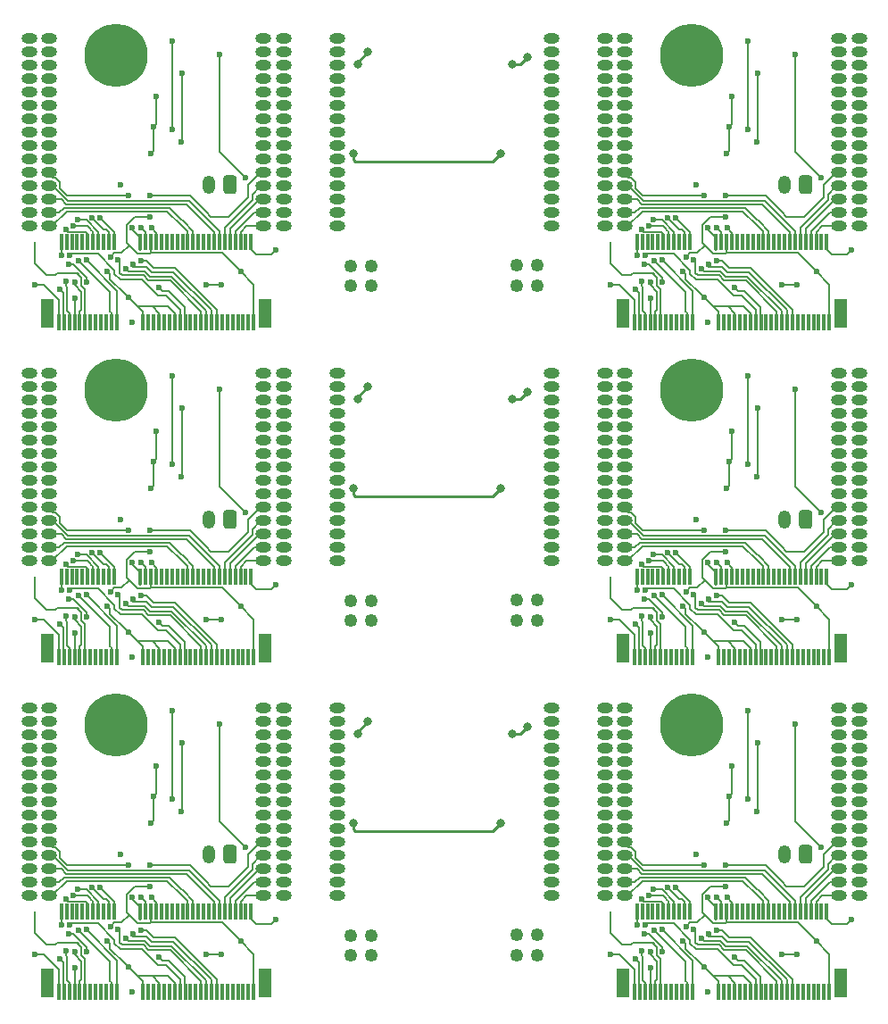
<source format=gbr>
G04 #@! TF.GenerationSoftware,KiCad,Pcbnew,(5.1.2)-2*
G04 #@! TF.CreationDate,2021-03-31T16:43:33-04:00*
G04 #@! TF.ProjectId,MicroMod_tinycar_panelized,4d696372-6f4d-46f6-945f-74696e796361,rev?*
G04 #@! TF.SameCoordinates,Original*
G04 #@! TF.FileFunction,Copper,L2,Bot*
G04 #@! TF.FilePolarity,Positive*
%FSLAX46Y46*%
G04 Gerber Fmt 4.6, Leading zero omitted, Abs format (unit mm)*
G04 Created by KiCad (PCBNEW (5.1.2)-2) date 2021-03-31 16:43:33*
%MOMM*%
%LPD*%
G04 APERTURE LIST*
%ADD10C,1.250000*%
%ADD11R,0.300000X1.550000*%
%ADD12R,1.200000X2.750000*%
%ADD13O,1.200000X1.750000*%
%ADD14C,0.100000*%
%ADD15C,1.200000*%
%ADD16O,1.500000X1.000000*%
%ADD17C,6.000000*%
%ADD18C,0.600000*%
%ADD19C,0.800000*%
%ADD20C,0.200000*%
%ADD21C,0.250000*%
G04 APERTURE END LIST*
D10*
X140396000Y-128220000D03*
X140396000Y-130120000D03*
X138496000Y-128220000D03*
X138496000Y-130120000D03*
X140396000Y-96470000D03*
X140396000Y-98370000D03*
X138496000Y-96470000D03*
X138496000Y-98370000D03*
X140396000Y-64720000D03*
X140396000Y-66620000D03*
X138496000Y-64720000D03*
X138496000Y-66620000D03*
X154244000Y-130109000D03*
X154244000Y-128209000D03*
X156144000Y-130109000D03*
X156144000Y-128209000D03*
X154244000Y-98359000D03*
X154244000Y-96459000D03*
X156144000Y-98359000D03*
X156144000Y-96459000D03*
X154244000Y-66609000D03*
X154244000Y-64709000D03*
X156144000Y-66609000D03*
X156144000Y-64709000D03*
D11*
X110763740Y-70044980D03*
D12*
X109663740Y-69269980D03*
X130363740Y-69269980D03*
D11*
X111013740Y-62494980D03*
X111263740Y-70044980D03*
X111513740Y-62494980D03*
X111763740Y-70044980D03*
X112013740Y-62494980D03*
X112263740Y-70044980D03*
X112513740Y-62494980D03*
X112763740Y-70044980D03*
X113013740Y-62494980D03*
X113263740Y-70044980D03*
X113513740Y-62494980D03*
X113763740Y-70044980D03*
X114013740Y-62494980D03*
X114263740Y-70044980D03*
X114513740Y-62494980D03*
X114763740Y-70044980D03*
X115013740Y-62494980D03*
X115263740Y-70044980D03*
X115513740Y-62494980D03*
X115763740Y-70044980D03*
X116013740Y-62494980D03*
X116263740Y-70044980D03*
X118513740Y-62494980D03*
X118763740Y-70044980D03*
X119013740Y-62494980D03*
X119263740Y-70044980D03*
X119513740Y-62494980D03*
X119763740Y-70044980D03*
X120013740Y-62494980D03*
X120263740Y-70044980D03*
X120513740Y-62494980D03*
X120763740Y-70044980D03*
X121013740Y-62494980D03*
X121263740Y-70044980D03*
X121513740Y-62494980D03*
X121763740Y-70044980D03*
X122013740Y-62494980D03*
X122263740Y-70044980D03*
X122513740Y-62494980D03*
X122763740Y-70044980D03*
X123013740Y-62494980D03*
X123263740Y-70044980D03*
X123513740Y-62494980D03*
X123763740Y-70044980D03*
X124013740Y-62494980D03*
X124263740Y-70044980D03*
X124513740Y-62494980D03*
X124763740Y-70044980D03*
X125013740Y-62494980D03*
X125263740Y-70044980D03*
X125513740Y-62494980D03*
X125763740Y-70044980D03*
X126013740Y-62494980D03*
X126263740Y-70044980D03*
X126513740Y-62494980D03*
X126763740Y-70044980D03*
X127013740Y-62494980D03*
X127263740Y-70044980D03*
X127513740Y-62494980D03*
X127763740Y-70044980D03*
X128013740Y-62494980D03*
X128263740Y-70044980D03*
X128513740Y-62494980D03*
X128763740Y-70044980D03*
X129013740Y-62494980D03*
X129263740Y-70044980D03*
X110763740Y-101794980D03*
D12*
X109663740Y-101019980D03*
X130363740Y-101019980D03*
D11*
X111013740Y-94244980D03*
X111263740Y-101794980D03*
X111513740Y-94244980D03*
X111763740Y-101794980D03*
X112013740Y-94244980D03*
X112263740Y-101794980D03*
X112513740Y-94244980D03*
X112763740Y-101794980D03*
X113013740Y-94244980D03*
X113263740Y-101794980D03*
X113513740Y-94244980D03*
X113763740Y-101794980D03*
X114013740Y-94244980D03*
X114263740Y-101794980D03*
X114513740Y-94244980D03*
X114763740Y-101794980D03*
X115013740Y-94244980D03*
X115263740Y-101794980D03*
X115513740Y-94244980D03*
X115763740Y-101794980D03*
X116013740Y-94244980D03*
X116263740Y-101794980D03*
X118513740Y-94244980D03*
X118763740Y-101794980D03*
X119013740Y-94244980D03*
X119263740Y-101794980D03*
X119513740Y-94244980D03*
X119763740Y-101794980D03*
X120013740Y-94244980D03*
X120263740Y-101794980D03*
X120513740Y-94244980D03*
X120763740Y-101794980D03*
X121013740Y-94244980D03*
X121263740Y-101794980D03*
X121513740Y-94244980D03*
X121763740Y-101794980D03*
X122013740Y-94244980D03*
X122263740Y-101794980D03*
X122513740Y-94244980D03*
X122763740Y-101794980D03*
X123013740Y-94244980D03*
X123263740Y-101794980D03*
X123513740Y-94244980D03*
X123763740Y-101794980D03*
X124013740Y-94244980D03*
X124263740Y-101794980D03*
X124513740Y-94244980D03*
X124763740Y-101794980D03*
X125013740Y-94244980D03*
X125263740Y-101794980D03*
X125513740Y-94244980D03*
X125763740Y-101794980D03*
X126013740Y-94244980D03*
X126263740Y-101794980D03*
X126513740Y-94244980D03*
X126763740Y-101794980D03*
X127013740Y-94244980D03*
X127263740Y-101794980D03*
X127513740Y-94244980D03*
X127763740Y-101794980D03*
X128013740Y-94244980D03*
X128263740Y-101794980D03*
X128513740Y-94244980D03*
X128763740Y-101794980D03*
X129013740Y-94244980D03*
X129263740Y-101794980D03*
X110763740Y-133544980D03*
D12*
X109663740Y-132769980D03*
X130363740Y-132769980D03*
D11*
X111013740Y-125994980D03*
X111263740Y-133544980D03*
X111513740Y-125994980D03*
X111763740Y-133544980D03*
X112013740Y-125994980D03*
X112263740Y-133544980D03*
X112513740Y-125994980D03*
X112763740Y-133544980D03*
X113013740Y-125994980D03*
X113263740Y-133544980D03*
X113513740Y-125994980D03*
X113763740Y-133544980D03*
X114013740Y-125994980D03*
X114263740Y-133544980D03*
X114513740Y-125994980D03*
X114763740Y-133544980D03*
X115013740Y-125994980D03*
X115263740Y-133544980D03*
X115513740Y-125994980D03*
X115763740Y-133544980D03*
X116013740Y-125994980D03*
X116263740Y-133544980D03*
X118513740Y-125994980D03*
X118763740Y-133544980D03*
X119013740Y-125994980D03*
X119263740Y-133544980D03*
X119513740Y-125994980D03*
X119763740Y-133544980D03*
X120013740Y-125994980D03*
X120263740Y-133544980D03*
X120513740Y-125994980D03*
X120763740Y-133544980D03*
X121013740Y-125994980D03*
X121263740Y-133544980D03*
X121513740Y-125994980D03*
X121763740Y-133544980D03*
X122013740Y-125994980D03*
X122263740Y-133544980D03*
X122513740Y-125994980D03*
X122763740Y-133544980D03*
X123013740Y-125994980D03*
X123263740Y-133544980D03*
X123513740Y-125994980D03*
X123763740Y-133544980D03*
X124013740Y-125994980D03*
X124263740Y-133544980D03*
X124513740Y-125994980D03*
X124763740Y-133544980D03*
X125013740Y-125994980D03*
X125263740Y-133544980D03*
X125513740Y-125994980D03*
X125763740Y-133544980D03*
X126013740Y-125994980D03*
X126263740Y-133544980D03*
X126513740Y-125994980D03*
X126763740Y-133544980D03*
X127013740Y-125994980D03*
X127263740Y-133544980D03*
X127513740Y-125994980D03*
X127763740Y-133544980D03*
X128013740Y-125994980D03*
X128263740Y-133544980D03*
X128513740Y-125994980D03*
X128763740Y-133544980D03*
X129013740Y-125994980D03*
X129263740Y-133544980D03*
X165373740Y-70044980D03*
D12*
X164273740Y-69269980D03*
X184973740Y-69269980D03*
D11*
X165623740Y-62494980D03*
X165873740Y-70044980D03*
X166123740Y-62494980D03*
X166373740Y-70044980D03*
X166623740Y-62494980D03*
X166873740Y-70044980D03*
X167123740Y-62494980D03*
X167373740Y-70044980D03*
X167623740Y-62494980D03*
X167873740Y-70044980D03*
X168123740Y-62494980D03*
X168373740Y-70044980D03*
X168623740Y-62494980D03*
X168873740Y-70044980D03*
X169123740Y-62494980D03*
X169373740Y-70044980D03*
X169623740Y-62494980D03*
X169873740Y-70044980D03*
X170123740Y-62494980D03*
X170373740Y-70044980D03*
X170623740Y-62494980D03*
X170873740Y-70044980D03*
X173123740Y-62494980D03*
X173373740Y-70044980D03*
X173623740Y-62494980D03*
X173873740Y-70044980D03*
X174123740Y-62494980D03*
X174373740Y-70044980D03*
X174623740Y-62494980D03*
X174873740Y-70044980D03*
X175123740Y-62494980D03*
X175373740Y-70044980D03*
X175623740Y-62494980D03*
X175873740Y-70044980D03*
X176123740Y-62494980D03*
X176373740Y-70044980D03*
X176623740Y-62494980D03*
X176873740Y-70044980D03*
X177123740Y-62494980D03*
X177373740Y-70044980D03*
X177623740Y-62494980D03*
X177873740Y-70044980D03*
X178123740Y-62494980D03*
X178373740Y-70044980D03*
X178623740Y-62494980D03*
X178873740Y-70044980D03*
X179123740Y-62494980D03*
X179373740Y-70044980D03*
X179623740Y-62494980D03*
X179873740Y-70044980D03*
X180123740Y-62494980D03*
X180373740Y-70044980D03*
X180623740Y-62494980D03*
X180873740Y-70044980D03*
X181123740Y-62494980D03*
X181373740Y-70044980D03*
X181623740Y-62494980D03*
X181873740Y-70044980D03*
X182123740Y-62494980D03*
X182373740Y-70044980D03*
X182623740Y-62494980D03*
X182873740Y-70044980D03*
X183123740Y-62494980D03*
X183373740Y-70044980D03*
X183623740Y-62494980D03*
X183873740Y-70044980D03*
X165373740Y-101794980D03*
D12*
X164273740Y-101019980D03*
X184973740Y-101019980D03*
D11*
X165623740Y-94244980D03*
X165873740Y-101794980D03*
X166123740Y-94244980D03*
X166373740Y-101794980D03*
X166623740Y-94244980D03*
X166873740Y-101794980D03*
X167123740Y-94244980D03*
X167373740Y-101794980D03*
X167623740Y-94244980D03*
X167873740Y-101794980D03*
X168123740Y-94244980D03*
X168373740Y-101794980D03*
X168623740Y-94244980D03*
X168873740Y-101794980D03*
X169123740Y-94244980D03*
X169373740Y-101794980D03*
X169623740Y-94244980D03*
X169873740Y-101794980D03*
X170123740Y-94244980D03*
X170373740Y-101794980D03*
X170623740Y-94244980D03*
X170873740Y-101794980D03*
X173123740Y-94244980D03*
X173373740Y-101794980D03*
X173623740Y-94244980D03*
X173873740Y-101794980D03*
X174123740Y-94244980D03*
X174373740Y-101794980D03*
X174623740Y-94244980D03*
X174873740Y-101794980D03*
X175123740Y-94244980D03*
X175373740Y-101794980D03*
X175623740Y-94244980D03*
X175873740Y-101794980D03*
X176123740Y-94244980D03*
X176373740Y-101794980D03*
X176623740Y-94244980D03*
X176873740Y-101794980D03*
X177123740Y-94244980D03*
X177373740Y-101794980D03*
X177623740Y-94244980D03*
X177873740Y-101794980D03*
X178123740Y-94244980D03*
X178373740Y-101794980D03*
X178623740Y-94244980D03*
X178873740Y-101794980D03*
X179123740Y-94244980D03*
X179373740Y-101794980D03*
X179623740Y-94244980D03*
X179873740Y-101794980D03*
X180123740Y-94244980D03*
X180373740Y-101794980D03*
X180623740Y-94244980D03*
X180873740Y-101794980D03*
X181123740Y-94244980D03*
X181373740Y-101794980D03*
X181623740Y-94244980D03*
X181873740Y-101794980D03*
X182123740Y-94244980D03*
X182373740Y-101794980D03*
X182623740Y-94244980D03*
X182873740Y-101794980D03*
X183123740Y-94244980D03*
X183373740Y-101794980D03*
X183623740Y-94244980D03*
X183873740Y-101794980D03*
X165373740Y-133544980D03*
D12*
X164273740Y-132769980D03*
X184973740Y-132769980D03*
D11*
X165623740Y-125994980D03*
X165873740Y-133544980D03*
X166123740Y-125994980D03*
X166373740Y-133544980D03*
X166623740Y-125994980D03*
X166873740Y-133544980D03*
X167123740Y-125994980D03*
X167373740Y-133544980D03*
X167623740Y-125994980D03*
X167873740Y-133544980D03*
X168123740Y-125994980D03*
X168373740Y-133544980D03*
X168623740Y-125994980D03*
X168873740Y-133544980D03*
X169123740Y-125994980D03*
X169373740Y-133544980D03*
X169623740Y-125994980D03*
X169873740Y-133544980D03*
X170123740Y-125994980D03*
X170373740Y-133544980D03*
X170623740Y-125994980D03*
X170873740Y-133544980D03*
X173123740Y-125994980D03*
X173373740Y-133544980D03*
X173623740Y-125994980D03*
X173873740Y-133544980D03*
X174123740Y-125994980D03*
X174373740Y-133544980D03*
X174623740Y-125994980D03*
X174873740Y-133544980D03*
X175123740Y-125994980D03*
X175373740Y-133544980D03*
X175623740Y-125994980D03*
X175873740Y-133544980D03*
X176123740Y-125994980D03*
X176373740Y-133544980D03*
X176623740Y-125994980D03*
X176873740Y-133544980D03*
X177123740Y-125994980D03*
X177373740Y-133544980D03*
X177623740Y-125994980D03*
X177873740Y-133544980D03*
X178123740Y-125994980D03*
X178373740Y-133544980D03*
X178623740Y-125994980D03*
X178873740Y-133544980D03*
X179123740Y-125994980D03*
X179373740Y-133544980D03*
X179623740Y-125994980D03*
X179873740Y-133544980D03*
X180123740Y-125994980D03*
X180373740Y-133544980D03*
X180623740Y-125994980D03*
X180873740Y-133544980D03*
X181123740Y-125994980D03*
X181373740Y-133544980D03*
X181623740Y-125994980D03*
X181873740Y-133544980D03*
X182123740Y-125994980D03*
X182373740Y-133544980D03*
X182623740Y-125994980D03*
X182873740Y-133544980D03*
X183123740Y-125994980D03*
X183373740Y-133544980D03*
X183623740Y-125994980D03*
X183873740Y-133544980D03*
D13*
X179610000Y-120523000D03*
D14*
G36*
X181984505Y-119649204D02*
G01*
X182008773Y-119652804D01*
X182032572Y-119658765D01*
X182055671Y-119667030D01*
X182077850Y-119677520D01*
X182098893Y-119690132D01*
X182118599Y-119704747D01*
X182136777Y-119721223D01*
X182153253Y-119739401D01*
X182167868Y-119759107D01*
X182180480Y-119780150D01*
X182190970Y-119802329D01*
X182199235Y-119825428D01*
X182205196Y-119849227D01*
X182208796Y-119873495D01*
X182210000Y-119897999D01*
X182210000Y-121148001D01*
X182208796Y-121172505D01*
X182205196Y-121196773D01*
X182199235Y-121220572D01*
X182190970Y-121243671D01*
X182180480Y-121265850D01*
X182167868Y-121286893D01*
X182153253Y-121306599D01*
X182136777Y-121324777D01*
X182118599Y-121341253D01*
X182098893Y-121355868D01*
X182077850Y-121368480D01*
X182055671Y-121378970D01*
X182032572Y-121387235D01*
X182008773Y-121393196D01*
X181984505Y-121396796D01*
X181960001Y-121398000D01*
X181259999Y-121398000D01*
X181235495Y-121396796D01*
X181211227Y-121393196D01*
X181187428Y-121387235D01*
X181164329Y-121378970D01*
X181142150Y-121368480D01*
X181121107Y-121355868D01*
X181101401Y-121341253D01*
X181083223Y-121324777D01*
X181066747Y-121306599D01*
X181052132Y-121286893D01*
X181039520Y-121265850D01*
X181029030Y-121243671D01*
X181020765Y-121220572D01*
X181014804Y-121196773D01*
X181011204Y-121172505D01*
X181010000Y-121148001D01*
X181010000Y-119897999D01*
X181011204Y-119873495D01*
X181014804Y-119849227D01*
X181020765Y-119825428D01*
X181029030Y-119802329D01*
X181039520Y-119780150D01*
X181052132Y-119759107D01*
X181066747Y-119739401D01*
X181083223Y-119721223D01*
X181101401Y-119704747D01*
X181121107Y-119690132D01*
X181142150Y-119677520D01*
X181164329Y-119667030D01*
X181187428Y-119658765D01*
X181211227Y-119652804D01*
X181235495Y-119649204D01*
X181259999Y-119648000D01*
X181960001Y-119648000D01*
X181984505Y-119649204D01*
X181984505Y-119649204D01*
G37*
D15*
X181610000Y-120523000D03*
D16*
X162558740Y-106679980D03*
X162558740Y-107949980D03*
X162558740Y-109219980D03*
X162558740Y-110489980D03*
X162558740Y-111759980D03*
X162558740Y-113029980D03*
X162558740Y-114299980D03*
X162558740Y-115569980D03*
X162558740Y-116839980D03*
X162558740Y-118109980D03*
X162558740Y-119379980D03*
X162558740Y-120649980D03*
X162558740Y-121919980D03*
X162558740Y-123189980D03*
X162558740Y-124459980D03*
X186688740Y-124459980D03*
X186688740Y-123189980D03*
X186688740Y-121919980D03*
X186688740Y-120649980D03*
X186688740Y-119379980D03*
X186688740Y-118109980D03*
X186688740Y-116839980D03*
X186688740Y-115569980D03*
X186688740Y-114299980D03*
X186688740Y-113029980D03*
X186688740Y-111759980D03*
X186688740Y-110489980D03*
X186688740Y-109219980D03*
X186688740Y-107949980D03*
X186688740Y-106679980D03*
X164465000Y-106680000D03*
X164465000Y-107950000D03*
X164465000Y-109220000D03*
X164465000Y-110490000D03*
X164465000Y-111760000D03*
X164465000Y-113030000D03*
X164465000Y-114300000D03*
X164465000Y-115570000D03*
X164465000Y-116840000D03*
X164465000Y-118110000D03*
X164465000Y-119380000D03*
X164465000Y-120650000D03*
X164465000Y-121920000D03*
X164465000Y-123190000D03*
X164465000Y-124460000D03*
X184785000Y-124460000D03*
X184785000Y-123190000D03*
X184785000Y-121920000D03*
X184785000Y-120650000D03*
X184785000Y-119380000D03*
X184785000Y-118110000D03*
X184785000Y-116840000D03*
X184785000Y-115570000D03*
X184785000Y-114300000D03*
X184785000Y-113030000D03*
X184785000Y-111760000D03*
X184785000Y-110490000D03*
X184785000Y-109220000D03*
X184785000Y-107950000D03*
X184785000Y-106680000D03*
D17*
X170817540Y-108297980D03*
D13*
X179610000Y-88773000D03*
D14*
G36*
X181984505Y-87899204D02*
G01*
X182008773Y-87902804D01*
X182032572Y-87908765D01*
X182055671Y-87917030D01*
X182077850Y-87927520D01*
X182098893Y-87940132D01*
X182118599Y-87954747D01*
X182136777Y-87971223D01*
X182153253Y-87989401D01*
X182167868Y-88009107D01*
X182180480Y-88030150D01*
X182190970Y-88052329D01*
X182199235Y-88075428D01*
X182205196Y-88099227D01*
X182208796Y-88123495D01*
X182210000Y-88147999D01*
X182210000Y-89398001D01*
X182208796Y-89422505D01*
X182205196Y-89446773D01*
X182199235Y-89470572D01*
X182190970Y-89493671D01*
X182180480Y-89515850D01*
X182167868Y-89536893D01*
X182153253Y-89556599D01*
X182136777Y-89574777D01*
X182118599Y-89591253D01*
X182098893Y-89605868D01*
X182077850Y-89618480D01*
X182055671Y-89628970D01*
X182032572Y-89637235D01*
X182008773Y-89643196D01*
X181984505Y-89646796D01*
X181960001Y-89648000D01*
X181259999Y-89648000D01*
X181235495Y-89646796D01*
X181211227Y-89643196D01*
X181187428Y-89637235D01*
X181164329Y-89628970D01*
X181142150Y-89618480D01*
X181121107Y-89605868D01*
X181101401Y-89591253D01*
X181083223Y-89574777D01*
X181066747Y-89556599D01*
X181052132Y-89536893D01*
X181039520Y-89515850D01*
X181029030Y-89493671D01*
X181020765Y-89470572D01*
X181014804Y-89446773D01*
X181011204Y-89422505D01*
X181010000Y-89398001D01*
X181010000Y-88147999D01*
X181011204Y-88123495D01*
X181014804Y-88099227D01*
X181020765Y-88075428D01*
X181029030Y-88052329D01*
X181039520Y-88030150D01*
X181052132Y-88009107D01*
X181066747Y-87989401D01*
X181083223Y-87971223D01*
X181101401Y-87954747D01*
X181121107Y-87940132D01*
X181142150Y-87927520D01*
X181164329Y-87917030D01*
X181187428Y-87908765D01*
X181211227Y-87902804D01*
X181235495Y-87899204D01*
X181259999Y-87898000D01*
X181960001Y-87898000D01*
X181984505Y-87899204D01*
X181984505Y-87899204D01*
G37*
D15*
X181610000Y-88773000D03*
D16*
X162558740Y-74929980D03*
X162558740Y-76199980D03*
X162558740Y-77469980D03*
X162558740Y-78739980D03*
X162558740Y-80009980D03*
X162558740Y-81279980D03*
X162558740Y-82549980D03*
X162558740Y-83819980D03*
X162558740Y-85089980D03*
X162558740Y-86359980D03*
X162558740Y-87629980D03*
X162558740Y-88899980D03*
X162558740Y-90169980D03*
X162558740Y-91439980D03*
X162558740Y-92709980D03*
X186688740Y-92709980D03*
X186688740Y-91439980D03*
X186688740Y-90169980D03*
X186688740Y-88899980D03*
X186688740Y-87629980D03*
X186688740Y-86359980D03*
X186688740Y-85089980D03*
X186688740Y-83819980D03*
X186688740Y-82549980D03*
X186688740Y-81279980D03*
X186688740Y-80009980D03*
X186688740Y-78739980D03*
X186688740Y-77469980D03*
X186688740Y-76199980D03*
X186688740Y-74929980D03*
X164465000Y-74930000D03*
X164465000Y-76200000D03*
X164465000Y-77470000D03*
X164465000Y-78740000D03*
X164465000Y-80010000D03*
X164465000Y-81280000D03*
X164465000Y-82550000D03*
X164465000Y-83820000D03*
X164465000Y-85090000D03*
X164465000Y-86360000D03*
X164465000Y-87630000D03*
X164465000Y-88900000D03*
X164465000Y-90170000D03*
X164465000Y-91440000D03*
X164465000Y-92710000D03*
X184785000Y-92710000D03*
X184785000Y-91440000D03*
X184785000Y-90170000D03*
X184785000Y-88900000D03*
X184785000Y-87630000D03*
X184785000Y-86360000D03*
X184785000Y-85090000D03*
X184785000Y-83820000D03*
X184785000Y-82550000D03*
X184785000Y-81280000D03*
X184785000Y-80010000D03*
X184785000Y-78740000D03*
X184785000Y-77470000D03*
X184785000Y-76200000D03*
X184785000Y-74930000D03*
D17*
X170817540Y-76547980D03*
D13*
X179610000Y-57023000D03*
D14*
G36*
X181984505Y-56149204D02*
G01*
X182008773Y-56152804D01*
X182032572Y-56158765D01*
X182055671Y-56167030D01*
X182077850Y-56177520D01*
X182098893Y-56190132D01*
X182118599Y-56204747D01*
X182136777Y-56221223D01*
X182153253Y-56239401D01*
X182167868Y-56259107D01*
X182180480Y-56280150D01*
X182190970Y-56302329D01*
X182199235Y-56325428D01*
X182205196Y-56349227D01*
X182208796Y-56373495D01*
X182210000Y-56397999D01*
X182210000Y-57648001D01*
X182208796Y-57672505D01*
X182205196Y-57696773D01*
X182199235Y-57720572D01*
X182190970Y-57743671D01*
X182180480Y-57765850D01*
X182167868Y-57786893D01*
X182153253Y-57806599D01*
X182136777Y-57824777D01*
X182118599Y-57841253D01*
X182098893Y-57855868D01*
X182077850Y-57868480D01*
X182055671Y-57878970D01*
X182032572Y-57887235D01*
X182008773Y-57893196D01*
X181984505Y-57896796D01*
X181960001Y-57898000D01*
X181259999Y-57898000D01*
X181235495Y-57896796D01*
X181211227Y-57893196D01*
X181187428Y-57887235D01*
X181164329Y-57878970D01*
X181142150Y-57868480D01*
X181121107Y-57855868D01*
X181101401Y-57841253D01*
X181083223Y-57824777D01*
X181066747Y-57806599D01*
X181052132Y-57786893D01*
X181039520Y-57765850D01*
X181029030Y-57743671D01*
X181020765Y-57720572D01*
X181014804Y-57696773D01*
X181011204Y-57672505D01*
X181010000Y-57648001D01*
X181010000Y-56397999D01*
X181011204Y-56373495D01*
X181014804Y-56349227D01*
X181020765Y-56325428D01*
X181029030Y-56302329D01*
X181039520Y-56280150D01*
X181052132Y-56259107D01*
X181066747Y-56239401D01*
X181083223Y-56221223D01*
X181101401Y-56204747D01*
X181121107Y-56190132D01*
X181142150Y-56177520D01*
X181164329Y-56167030D01*
X181187428Y-56158765D01*
X181211227Y-56152804D01*
X181235495Y-56149204D01*
X181259999Y-56148000D01*
X181960001Y-56148000D01*
X181984505Y-56149204D01*
X181984505Y-56149204D01*
G37*
D15*
X181610000Y-57023000D03*
D16*
X162558740Y-43179980D03*
X162558740Y-44449980D03*
X162558740Y-45719980D03*
X162558740Y-46989980D03*
X162558740Y-48259980D03*
X162558740Y-49529980D03*
X162558740Y-50799980D03*
X162558740Y-52069980D03*
X162558740Y-53339980D03*
X162558740Y-54609980D03*
X162558740Y-55879980D03*
X162558740Y-57149980D03*
X162558740Y-58419980D03*
X162558740Y-59689980D03*
X162558740Y-60959980D03*
X186688740Y-60959980D03*
X186688740Y-59689980D03*
X186688740Y-58419980D03*
X186688740Y-57149980D03*
X186688740Y-55879980D03*
X186688740Y-54609980D03*
X186688740Y-53339980D03*
X186688740Y-52069980D03*
X186688740Y-50799980D03*
X186688740Y-49529980D03*
X186688740Y-48259980D03*
X186688740Y-46989980D03*
X186688740Y-45719980D03*
X186688740Y-44449980D03*
X186688740Y-43179980D03*
X164465000Y-43180000D03*
X164465000Y-44450000D03*
X164465000Y-45720000D03*
X164465000Y-46990000D03*
X164465000Y-48260000D03*
X164465000Y-49530000D03*
X164465000Y-50800000D03*
X164465000Y-52070000D03*
X164465000Y-53340000D03*
X164465000Y-54610000D03*
X164465000Y-55880000D03*
X164465000Y-57150000D03*
X164465000Y-58420000D03*
X164465000Y-59690000D03*
X164465000Y-60960000D03*
X184785000Y-60960000D03*
X184785000Y-59690000D03*
X184785000Y-58420000D03*
X184785000Y-57150000D03*
X184785000Y-55880000D03*
X184785000Y-54610000D03*
X184785000Y-53340000D03*
X184785000Y-52070000D03*
X184785000Y-50800000D03*
X184785000Y-49530000D03*
X184785000Y-48260000D03*
X184785000Y-46990000D03*
X184785000Y-45720000D03*
X184785000Y-44450000D03*
X184785000Y-43180000D03*
D17*
X170817540Y-44797980D03*
D13*
X125000000Y-120523000D03*
D14*
G36*
X127374505Y-119649204D02*
G01*
X127398773Y-119652804D01*
X127422572Y-119658765D01*
X127445671Y-119667030D01*
X127467850Y-119677520D01*
X127488893Y-119690132D01*
X127508599Y-119704747D01*
X127526777Y-119721223D01*
X127543253Y-119739401D01*
X127557868Y-119759107D01*
X127570480Y-119780150D01*
X127580970Y-119802329D01*
X127589235Y-119825428D01*
X127595196Y-119849227D01*
X127598796Y-119873495D01*
X127600000Y-119897999D01*
X127600000Y-121148001D01*
X127598796Y-121172505D01*
X127595196Y-121196773D01*
X127589235Y-121220572D01*
X127580970Y-121243671D01*
X127570480Y-121265850D01*
X127557868Y-121286893D01*
X127543253Y-121306599D01*
X127526777Y-121324777D01*
X127508599Y-121341253D01*
X127488893Y-121355868D01*
X127467850Y-121368480D01*
X127445671Y-121378970D01*
X127422572Y-121387235D01*
X127398773Y-121393196D01*
X127374505Y-121396796D01*
X127350001Y-121398000D01*
X126649999Y-121398000D01*
X126625495Y-121396796D01*
X126601227Y-121393196D01*
X126577428Y-121387235D01*
X126554329Y-121378970D01*
X126532150Y-121368480D01*
X126511107Y-121355868D01*
X126491401Y-121341253D01*
X126473223Y-121324777D01*
X126456747Y-121306599D01*
X126442132Y-121286893D01*
X126429520Y-121265850D01*
X126419030Y-121243671D01*
X126410765Y-121220572D01*
X126404804Y-121196773D01*
X126401204Y-121172505D01*
X126400000Y-121148001D01*
X126400000Y-119897999D01*
X126401204Y-119873495D01*
X126404804Y-119849227D01*
X126410765Y-119825428D01*
X126419030Y-119802329D01*
X126429520Y-119780150D01*
X126442132Y-119759107D01*
X126456747Y-119739401D01*
X126473223Y-119721223D01*
X126491401Y-119704747D01*
X126511107Y-119690132D01*
X126532150Y-119677520D01*
X126554329Y-119667030D01*
X126577428Y-119658765D01*
X126601227Y-119652804D01*
X126625495Y-119649204D01*
X126649999Y-119648000D01*
X127350001Y-119648000D01*
X127374505Y-119649204D01*
X127374505Y-119649204D01*
G37*
D15*
X127000000Y-120523000D03*
D16*
X107948740Y-106679980D03*
X107948740Y-107949980D03*
X107948740Y-109219980D03*
X107948740Y-110489980D03*
X107948740Y-111759980D03*
X107948740Y-113029980D03*
X107948740Y-114299980D03*
X107948740Y-115569980D03*
X107948740Y-116839980D03*
X107948740Y-118109980D03*
X107948740Y-119379980D03*
X107948740Y-120649980D03*
X107948740Y-121919980D03*
X107948740Y-123189980D03*
X107948740Y-124459980D03*
X132078740Y-124459980D03*
X132078740Y-123189980D03*
X132078740Y-121919980D03*
X132078740Y-120649980D03*
X132078740Y-119379980D03*
X132078740Y-118109980D03*
X132078740Y-116839980D03*
X132078740Y-115569980D03*
X132078740Y-114299980D03*
X132078740Y-113029980D03*
X132078740Y-111759980D03*
X132078740Y-110489980D03*
X132078740Y-109219980D03*
X132078740Y-107949980D03*
X132078740Y-106679980D03*
X109855000Y-106680000D03*
X109855000Y-107950000D03*
X109855000Y-109220000D03*
X109855000Y-110490000D03*
X109855000Y-111760000D03*
X109855000Y-113030000D03*
X109855000Y-114300000D03*
X109855000Y-115570000D03*
X109855000Y-116840000D03*
X109855000Y-118110000D03*
X109855000Y-119380000D03*
X109855000Y-120650000D03*
X109855000Y-121920000D03*
X109855000Y-123190000D03*
X109855000Y-124460000D03*
X130175000Y-124460000D03*
X130175000Y-123190000D03*
X130175000Y-121920000D03*
X130175000Y-120650000D03*
X130175000Y-119380000D03*
X130175000Y-118110000D03*
X130175000Y-116840000D03*
X130175000Y-115570000D03*
X130175000Y-114300000D03*
X130175000Y-113030000D03*
X130175000Y-111760000D03*
X130175000Y-110490000D03*
X130175000Y-109220000D03*
X130175000Y-107950000D03*
X130175000Y-106680000D03*
D17*
X116207540Y-108297980D03*
D16*
X157480000Y-106680000D03*
X157480000Y-107950000D03*
X157480000Y-109220000D03*
X157480000Y-110490000D03*
X157480000Y-111760000D03*
X157480000Y-113030000D03*
X157480000Y-114300000D03*
X157480000Y-115570000D03*
X157480000Y-116840000D03*
X157480000Y-118110000D03*
X157480000Y-119380000D03*
X157480000Y-120650000D03*
X157480000Y-121920000D03*
X157480000Y-123190000D03*
X157480000Y-124460000D03*
X137160000Y-124460000D03*
X137160000Y-123190000D03*
X137160000Y-121920000D03*
X137160000Y-120650000D03*
X137160000Y-119380000D03*
X137160000Y-118110000D03*
X137160000Y-116840000D03*
X137160000Y-115570000D03*
X137160000Y-114300000D03*
X137160000Y-113030000D03*
X137160000Y-111760000D03*
X137160000Y-110490000D03*
X137160000Y-109220000D03*
X137160000Y-107950000D03*
X137160000Y-106680000D03*
D13*
X125000000Y-88773000D03*
D14*
G36*
X127374505Y-87899204D02*
G01*
X127398773Y-87902804D01*
X127422572Y-87908765D01*
X127445671Y-87917030D01*
X127467850Y-87927520D01*
X127488893Y-87940132D01*
X127508599Y-87954747D01*
X127526777Y-87971223D01*
X127543253Y-87989401D01*
X127557868Y-88009107D01*
X127570480Y-88030150D01*
X127580970Y-88052329D01*
X127589235Y-88075428D01*
X127595196Y-88099227D01*
X127598796Y-88123495D01*
X127600000Y-88147999D01*
X127600000Y-89398001D01*
X127598796Y-89422505D01*
X127595196Y-89446773D01*
X127589235Y-89470572D01*
X127580970Y-89493671D01*
X127570480Y-89515850D01*
X127557868Y-89536893D01*
X127543253Y-89556599D01*
X127526777Y-89574777D01*
X127508599Y-89591253D01*
X127488893Y-89605868D01*
X127467850Y-89618480D01*
X127445671Y-89628970D01*
X127422572Y-89637235D01*
X127398773Y-89643196D01*
X127374505Y-89646796D01*
X127350001Y-89648000D01*
X126649999Y-89648000D01*
X126625495Y-89646796D01*
X126601227Y-89643196D01*
X126577428Y-89637235D01*
X126554329Y-89628970D01*
X126532150Y-89618480D01*
X126511107Y-89605868D01*
X126491401Y-89591253D01*
X126473223Y-89574777D01*
X126456747Y-89556599D01*
X126442132Y-89536893D01*
X126429520Y-89515850D01*
X126419030Y-89493671D01*
X126410765Y-89470572D01*
X126404804Y-89446773D01*
X126401204Y-89422505D01*
X126400000Y-89398001D01*
X126400000Y-88147999D01*
X126401204Y-88123495D01*
X126404804Y-88099227D01*
X126410765Y-88075428D01*
X126419030Y-88052329D01*
X126429520Y-88030150D01*
X126442132Y-88009107D01*
X126456747Y-87989401D01*
X126473223Y-87971223D01*
X126491401Y-87954747D01*
X126511107Y-87940132D01*
X126532150Y-87927520D01*
X126554329Y-87917030D01*
X126577428Y-87908765D01*
X126601227Y-87902804D01*
X126625495Y-87899204D01*
X126649999Y-87898000D01*
X127350001Y-87898000D01*
X127374505Y-87899204D01*
X127374505Y-87899204D01*
G37*
D15*
X127000000Y-88773000D03*
D16*
X107948740Y-74929980D03*
X107948740Y-76199980D03*
X107948740Y-77469980D03*
X107948740Y-78739980D03*
X107948740Y-80009980D03*
X107948740Y-81279980D03*
X107948740Y-82549980D03*
X107948740Y-83819980D03*
X107948740Y-85089980D03*
X107948740Y-86359980D03*
X107948740Y-87629980D03*
X107948740Y-88899980D03*
X107948740Y-90169980D03*
X107948740Y-91439980D03*
X107948740Y-92709980D03*
X132078740Y-92709980D03*
X132078740Y-91439980D03*
X132078740Y-90169980D03*
X132078740Y-88899980D03*
X132078740Y-87629980D03*
X132078740Y-86359980D03*
X132078740Y-85089980D03*
X132078740Y-83819980D03*
X132078740Y-82549980D03*
X132078740Y-81279980D03*
X132078740Y-80009980D03*
X132078740Y-78739980D03*
X132078740Y-77469980D03*
X132078740Y-76199980D03*
X132078740Y-74929980D03*
X109855000Y-74930000D03*
X109855000Y-76200000D03*
X109855000Y-77470000D03*
X109855000Y-78740000D03*
X109855000Y-80010000D03*
X109855000Y-81280000D03*
X109855000Y-82550000D03*
X109855000Y-83820000D03*
X109855000Y-85090000D03*
X109855000Y-86360000D03*
X109855000Y-87630000D03*
X109855000Y-88900000D03*
X109855000Y-90170000D03*
X109855000Y-91440000D03*
X109855000Y-92710000D03*
X130175000Y-92710000D03*
X130175000Y-91440000D03*
X130175000Y-90170000D03*
X130175000Y-88900000D03*
X130175000Y-87630000D03*
X130175000Y-86360000D03*
X130175000Y-85090000D03*
X130175000Y-83820000D03*
X130175000Y-82550000D03*
X130175000Y-81280000D03*
X130175000Y-80010000D03*
X130175000Y-78740000D03*
X130175000Y-77470000D03*
X130175000Y-76200000D03*
X130175000Y-74930000D03*
D17*
X116207540Y-76547980D03*
D16*
X157480000Y-74930000D03*
X157480000Y-76200000D03*
X157480000Y-77470000D03*
X157480000Y-78740000D03*
X157480000Y-80010000D03*
X157480000Y-81280000D03*
X157480000Y-82550000D03*
X157480000Y-83820000D03*
X157480000Y-85090000D03*
X157480000Y-86360000D03*
X157480000Y-87630000D03*
X157480000Y-88900000D03*
X157480000Y-90170000D03*
X157480000Y-91440000D03*
X157480000Y-92710000D03*
X137160000Y-92710000D03*
X137160000Y-91440000D03*
X137160000Y-90170000D03*
X137160000Y-88900000D03*
X137160000Y-87630000D03*
X137160000Y-86360000D03*
X137160000Y-85090000D03*
X137160000Y-83820000D03*
X137160000Y-82550000D03*
X137160000Y-81280000D03*
X137160000Y-80010000D03*
X137160000Y-78740000D03*
X137160000Y-77470000D03*
X137160000Y-76200000D03*
X137160000Y-74930000D03*
D13*
X125000000Y-57023000D03*
D14*
G36*
X127374505Y-56149204D02*
G01*
X127398773Y-56152804D01*
X127422572Y-56158765D01*
X127445671Y-56167030D01*
X127467850Y-56177520D01*
X127488893Y-56190132D01*
X127508599Y-56204747D01*
X127526777Y-56221223D01*
X127543253Y-56239401D01*
X127557868Y-56259107D01*
X127570480Y-56280150D01*
X127580970Y-56302329D01*
X127589235Y-56325428D01*
X127595196Y-56349227D01*
X127598796Y-56373495D01*
X127600000Y-56397999D01*
X127600000Y-57648001D01*
X127598796Y-57672505D01*
X127595196Y-57696773D01*
X127589235Y-57720572D01*
X127580970Y-57743671D01*
X127570480Y-57765850D01*
X127557868Y-57786893D01*
X127543253Y-57806599D01*
X127526777Y-57824777D01*
X127508599Y-57841253D01*
X127488893Y-57855868D01*
X127467850Y-57868480D01*
X127445671Y-57878970D01*
X127422572Y-57887235D01*
X127398773Y-57893196D01*
X127374505Y-57896796D01*
X127350001Y-57898000D01*
X126649999Y-57898000D01*
X126625495Y-57896796D01*
X126601227Y-57893196D01*
X126577428Y-57887235D01*
X126554329Y-57878970D01*
X126532150Y-57868480D01*
X126511107Y-57855868D01*
X126491401Y-57841253D01*
X126473223Y-57824777D01*
X126456747Y-57806599D01*
X126442132Y-57786893D01*
X126429520Y-57765850D01*
X126419030Y-57743671D01*
X126410765Y-57720572D01*
X126404804Y-57696773D01*
X126401204Y-57672505D01*
X126400000Y-57648001D01*
X126400000Y-56397999D01*
X126401204Y-56373495D01*
X126404804Y-56349227D01*
X126410765Y-56325428D01*
X126419030Y-56302329D01*
X126429520Y-56280150D01*
X126442132Y-56259107D01*
X126456747Y-56239401D01*
X126473223Y-56221223D01*
X126491401Y-56204747D01*
X126511107Y-56190132D01*
X126532150Y-56177520D01*
X126554329Y-56167030D01*
X126577428Y-56158765D01*
X126601227Y-56152804D01*
X126625495Y-56149204D01*
X126649999Y-56148000D01*
X127350001Y-56148000D01*
X127374505Y-56149204D01*
X127374505Y-56149204D01*
G37*
D15*
X127000000Y-57023000D03*
D16*
X107948740Y-43179980D03*
X107948740Y-44449980D03*
X107948740Y-45719980D03*
X107948740Y-46989980D03*
X107948740Y-48259980D03*
X107948740Y-49529980D03*
X107948740Y-50799980D03*
X107948740Y-52069980D03*
X107948740Y-53339980D03*
X107948740Y-54609980D03*
X107948740Y-55879980D03*
X107948740Y-57149980D03*
X107948740Y-58419980D03*
X107948740Y-59689980D03*
X107948740Y-60959980D03*
X132078740Y-60959980D03*
X132078740Y-59689980D03*
X132078740Y-58419980D03*
X132078740Y-57149980D03*
X132078740Y-55879980D03*
X132078740Y-54609980D03*
X132078740Y-53339980D03*
X132078740Y-52069980D03*
X132078740Y-50799980D03*
X132078740Y-49529980D03*
X132078740Y-48259980D03*
X132078740Y-46989980D03*
X132078740Y-45719980D03*
X132078740Y-44449980D03*
X132078740Y-43179980D03*
X109855000Y-43180000D03*
X109855000Y-44450000D03*
X109855000Y-45720000D03*
X109855000Y-46990000D03*
X109855000Y-48260000D03*
X109855000Y-49530000D03*
X109855000Y-50800000D03*
X109855000Y-52070000D03*
X109855000Y-53340000D03*
X109855000Y-54610000D03*
X109855000Y-55880000D03*
X109855000Y-57150000D03*
X109855000Y-58420000D03*
X109855000Y-59690000D03*
X109855000Y-60960000D03*
X130175000Y-60960000D03*
X130175000Y-59690000D03*
X130175000Y-58420000D03*
X130175000Y-57150000D03*
X130175000Y-55880000D03*
X130175000Y-54610000D03*
X130175000Y-53340000D03*
X130175000Y-52070000D03*
X130175000Y-50800000D03*
X130175000Y-49530000D03*
X130175000Y-48260000D03*
X130175000Y-46990000D03*
X130175000Y-45720000D03*
X130175000Y-44450000D03*
X130175000Y-43180000D03*
D17*
X116207540Y-44797980D03*
D16*
X157480000Y-43180000D03*
X157480000Y-44450000D03*
X157480000Y-45720000D03*
X157480000Y-46990000D03*
X157480000Y-48260000D03*
X157480000Y-49530000D03*
X157480000Y-50800000D03*
X157480000Y-52070000D03*
X157480000Y-53340000D03*
X157480000Y-54610000D03*
X157480000Y-55880000D03*
X157480000Y-57150000D03*
X157480000Y-58420000D03*
X157480000Y-59690000D03*
X157480000Y-60960000D03*
X137160000Y-60960000D03*
X137160000Y-59690000D03*
X137160000Y-58420000D03*
X137160000Y-57150000D03*
X137160000Y-55880000D03*
X137160000Y-54610000D03*
X137160000Y-53340000D03*
X137160000Y-52070000D03*
X137160000Y-50800000D03*
X137160000Y-49530000D03*
X137160000Y-48260000D03*
X137160000Y-46990000D03*
X137160000Y-45720000D03*
X137160000Y-44450000D03*
X137160000Y-43180000D03*
D18*
X115348376Y-65245624D03*
X128016000Y-65278000D03*
X119507000Y-54102000D03*
X119380000Y-60086000D03*
X116586000Y-57023000D03*
X108458000Y-66548000D03*
X119761000Y-51562000D03*
X120015000Y-48641000D03*
X115673965Y-63892981D03*
X117729000Y-70104000D03*
X112268000Y-67818000D03*
X117348000Y-67691000D03*
X121539000Y-43434000D03*
X112276841Y-66256998D03*
X111698442Y-64548977D03*
X121539000Y-51816000D03*
X113416734Y-66294000D03*
X131318000Y-63246000D03*
X110998000Y-63754000D03*
X125984000Y-44704000D03*
X128500010Y-56388000D03*
X126229534Y-66516222D03*
X124714000Y-66548000D03*
X111442500Y-66230500D03*
X110902750Y-66960750D03*
X119380000Y-58039001D03*
X119545961Y-61109487D03*
X117348000Y-58039000D03*
X118582972Y-61109486D03*
X118560515Y-64239970D03*
X117798385Y-64569514D03*
X117151349Y-65039990D03*
X116369688Y-64160812D03*
X120269000Y-66802000D03*
X111797917Y-63765630D03*
X117729000Y-61150500D03*
X113375592Y-64197557D03*
X112649000Y-64221967D03*
X113928026Y-60188974D03*
X114669375Y-60185032D03*
X112585500Y-60388500D03*
X112104578Y-60965979D03*
X111442500Y-61277500D03*
X122364500Y-53022500D03*
X122428000Y-46482000D03*
D19*
X140083857Y-44447143D03*
X139108999Y-45612692D03*
X155244617Y-44932541D03*
X153797000Y-45593000D03*
X152654000Y-54102000D03*
X138684000Y-54102000D03*
D18*
X115348376Y-96995624D03*
X128016000Y-97028000D03*
X119507000Y-85852000D03*
X119380000Y-91836000D03*
X116586000Y-88773000D03*
X108458000Y-98298000D03*
X119761000Y-83312000D03*
X120015000Y-80391000D03*
X115673965Y-95642981D03*
X117729000Y-101854000D03*
X112268000Y-99568000D03*
X117348000Y-99441000D03*
X121539000Y-75184000D03*
X112276841Y-98006998D03*
X111698442Y-96298977D03*
X121539000Y-83566000D03*
X113416734Y-98044000D03*
X131318000Y-94996000D03*
X110998000Y-95504000D03*
X125984000Y-76454000D03*
X128500010Y-88138000D03*
X126229534Y-98266222D03*
X124714000Y-98298000D03*
X111442500Y-97980500D03*
X110902750Y-98710750D03*
X119380000Y-89789001D03*
X119545961Y-92859487D03*
X117348000Y-89789000D03*
X118582972Y-92859486D03*
X118560515Y-95989970D03*
X117798385Y-96319514D03*
X117151349Y-96789990D03*
X116369688Y-95910812D03*
X120269000Y-98552000D03*
X111797917Y-95515630D03*
X117729000Y-92900500D03*
X113375592Y-95947557D03*
X112649000Y-95971967D03*
X113928026Y-91938974D03*
X114669375Y-91935032D03*
X112585500Y-92138500D03*
X112104578Y-92715979D03*
X111442500Y-93027500D03*
X122364500Y-84772500D03*
X122428000Y-78232000D03*
D19*
X140083857Y-76197143D03*
X139108999Y-77362692D03*
X155244617Y-76682541D03*
X153797000Y-77343000D03*
X152654000Y-85852000D03*
X138684000Y-85852000D03*
D18*
X115348376Y-128745624D03*
X128016000Y-128778000D03*
X119507000Y-117602000D03*
X119380000Y-123586000D03*
X116586000Y-120523000D03*
X108458000Y-130048000D03*
X119761000Y-115062000D03*
X120015000Y-112141000D03*
X115673965Y-127392981D03*
X117729000Y-133604000D03*
X112268000Y-131318000D03*
X117348000Y-131191000D03*
X121539000Y-106934000D03*
X112276841Y-129756998D03*
X111698442Y-128048977D03*
X121539000Y-115316000D03*
X113416734Y-129794000D03*
X131318000Y-126746000D03*
X110998000Y-127254000D03*
X125984000Y-108204000D03*
X128500010Y-119888000D03*
X126229534Y-130016222D03*
X124714000Y-130048000D03*
X111442500Y-129730500D03*
X110902750Y-130460750D03*
X119380000Y-121539001D03*
X119545961Y-124609487D03*
X117348000Y-121539000D03*
X118582972Y-124609486D03*
X118560515Y-127739970D03*
X117798385Y-128069514D03*
X117151349Y-128539990D03*
X116369688Y-127660812D03*
X120269000Y-130302000D03*
X111797917Y-127265630D03*
X117729000Y-124650500D03*
X113375592Y-127697557D03*
X112649000Y-127721967D03*
X113928026Y-123688974D03*
X114669375Y-123685032D03*
X112585500Y-123888500D03*
X112104578Y-124465979D03*
X111442500Y-124777500D03*
X122364500Y-116522500D03*
X122428000Y-109982000D03*
D19*
X140083857Y-107947143D03*
X139108999Y-109112692D03*
X155244617Y-108432541D03*
X153797000Y-109093000D03*
X152654000Y-117602000D03*
X138684000Y-117602000D03*
D18*
X169958376Y-65245624D03*
X182626000Y-65278000D03*
X174117000Y-54102000D03*
X173990000Y-60086000D03*
X171196000Y-57023000D03*
X163068000Y-66548000D03*
X174371000Y-51562000D03*
X174625000Y-48641000D03*
X170283965Y-63892981D03*
X172339000Y-70104000D03*
X166878000Y-67818000D03*
X171958000Y-67691000D03*
X176149000Y-43434000D03*
X166886841Y-66256998D03*
X166308442Y-64548977D03*
X176149000Y-51816000D03*
X168026734Y-66294000D03*
X185928000Y-63246000D03*
X165608000Y-63754000D03*
X180594000Y-44704000D03*
X183110010Y-56388000D03*
X180839534Y-66516222D03*
X179324000Y-66548000D03*
X166052500Y-66230500D03*
X165512750Y-66960750D03*
X173990000Y-58039001D03*
X174155961Y-61109487D03*
X171958000Y-58039000D03*
X173192972Y-61109486D03*
X173170515Y-64239970D03*
X172408385Y-64569514D03*
X171761349Y-65039990D03*
X170979688Y-64160812D03*
X174879000Y-66802000D03*
X166407917Y-63765630D03*
X172339000Y-61150500D03*
X167985592Y-64197557D03*
X167259000Y-64221967D03*
X168538026Y-60188974D03*
X169279375Y-60185032D03*
X167195500Y-60388500D03*
X166714578Y-60965979D03*
X166052500Y-61277500D03*
X176974500Y-53022500D03*
X177038000Y-46482000D03*
X169958376Y-96995624D03*
X182626000Y-97028000D03*
X174117000Y-85852000D03*
X173990000Y-91836000D03*
X171196000Y-88773000D03*
X163068000Y-98298000D03*
X174371000Y-83312000D03*
X174625000Y-80391000D03*
X170283965Y-95642981D03*
X172339000Y-101854000D03*
X166878000Y-99568000D03*
X171958000Y-99441000D03*
X176149000Y-75184000D03*
X166886841Y-98006998D03*
X166308442Y-96298977D03*
X176149000Y-83566000D03*
X168026734Y-98044000D03*
X185928000Y-94996000D03*
X165608000Y-95504000D03*
X180594000Y-76454000D03*
X183110010Y-88138000D03*
X180839534Y-98266222D03*
X179324000Y-98298000D03*
X166052500Y-97980500D03*
X165512750Y-98710750D03*
X173990000Y-89789001D03*
X174155961Y-92859487D03*
X171958000Y-89789000D03*
X173192972Y-92859486D03*
X173170515Y-95989970D03*
X172408385Y-96319514D03*
X171761349Y-96789990D03*
X170979688Y-95910812D03*
X174879000Y-98552000D03*
X166407917Y-95515630D03*
X172339000Y-92900500D03*
X167985592Y-95947557D03*
X167259000Y-95971967D03*
X168538026Y-91938974D03*
X169279375Y-91935032D03*
X167195500Y-92138500D03*
X166714578Y-92715979D03*
X166052500Y-93027500D03*
X176974500Y-84772500D03*
X177038000Y-78232000D03*
X169958376Y-128745624D03*
X182626000Y-128778000D03*
X174117000Y-117602000D03*
X173990000Y-123586000D03*
X171196000Y-120523000D03*
X163068000Y-130048000D03*
X174371000Y-115062000D03*
X174625000Y-112141000D03*
X170283965Y-127392981D03*
X172339000Y-133604000D03*
X166878000Y-131318000D03*
X171958000Y-131191000D03*
X176149000Y-106934000D03*
X166886841Y-129756998D03*
X166308442Y-128048977D03*
X176149000Y-115316000D03*
X168026734Y-129794000D03*
X185928000Y-126746000D03*
X165608000Y-127254000D03*
X180594000Y-108204000D03*
X183110010Y-119888000D03*
X180839534Y-130016222D03*
X179324000Y-130048000D03*
X166052500Y-129730500D03*
X165512750Y-130460750D03*
X173990000Y-121539001D03*
X174155961Y-124609487D03*
X171958000Y-121539000D03*
X173192972Y-124609486D03*
X173170515Y-127739970D03*
X172408385Y-128069514D03*
X171761349Y-128539990D03*
X170979688Y-127660812D03*
X174879000Y-130302000D03*
X166407917Y-127265630D03*
X172339000Y-124650500D03*
X167985592Y-127697557D03*
X167259000Y-127721967D03*
X168538026Y-123688974D03*
X169279375Y-123685032D03*
X167195500Y-123888500D03*
X166714578Y-124465979D03*
X166052500Y-124777500D03*
X176974500Y-116522500D03*
X177038000Y-109982000D03*
D20*
X120015000Y-51308000D02*
X119761000Y-51562000D01*
X120015000Y-48641000D02*
X120015000Y-51308000D01*
X119513740Y-63469980D02*
X119540741Y-63496981D01*
X119380000Y-60086000D02*
X118013538Y-60086000D01*
X116716019Y-63496981D02*
X116069965Y-63496981D01*
X119632362Y-68580000D02*
X120269000Y-69216638D01*
X112263740Y-70044980D02*
X112263740Y-67822260D01*
X119513740Y-62494980D02*
X119513740Y-63469980D01*
X126234981Y-63496981D02*
X128016000Y-65278000D01*
X118013538Y-60086000D02*
X117201999Y-60897539D01*
X116069965Y-63496981D02*
X115673965Y-63892981D01*
X119761000Y-53848000D02*
X119507000Y-54102000D01*
X110763740Y-70044980D02*
X110763740Y-67986378D01*
X117449079Y-62763921D02*
X116716019Y-63496981D01*
X117201999Y-62516841D02*
X117449079Y-62763921D01*
X117048001Y-67391001D02*
X117348000Y-67691000D01*
X119540741Y-63496981D02*
X126234981Y-63496981D01*
X115648375Y-65991375D02*
X117048001Y-67391001D01*
X115348376Y-65245624D02*
X115648375Y-65545623D01*
X112263740Y-67822260D02*
X112268000Y-67818000D01*
X118745000Y-69088000D02*
X118745000Y-69977000D01*
X118235428Y-63550270D02*
X119433450Y-63550270D01*
X118237000Y-68580000D02*
X118745000Y-69088000D01*
X117348000Y-67691000D02*
X118237000Y-68580000D01*
X109325362Y-66548000D02*
X108458000Y-66548000D01*
X110763740Y-67986378D02*
X109325362Y-66548000D01*
X119433450Y-63550270D02*
X119513740Y-63469980D01*
X119761000Y-51562000D02*
X119761000Y-53848000D01*
X120269000Y-69216638D02*
X120269000Y-69977000D01*
X117449079Y-62763921D02*
X118235428Y-63550270D01*
X119507000Y-68580000D02*
X119632362Y-68580000D01*
X118237000Y-68580000D02*
X119507000Y-68580000D01*
X115648375Y-65545623D02*
X115648375Y-65991375D01*
X117201999Y-60897539D02*
X117201999Y-62516841D01*
X121132362Y-68580000D02*
X121793000Y-69240638D01*
X121793000Y-69240638D02*
X121793000Y-70104000D01*
X119507000Y-68580000D02*
X121132362Y-68580000D01*
X129263740Y-66525740D02*
X128016000Y-65278000D01*
X129263740Y-70044980D02*
X129263740Y-66525740D01*
X112936730Y-68927270D02*
X112936730Y-67216730D01*
X112763740Y-70044980D02*
X112763740Y-69100260D01*
X113416734Y-65843005D02*
X113416734Y-65869736D01*
X112276841Y-66556841D02*
X112276841Y-66256998D01*
X112763740Y-69100260D02*
X112936730Y-68927270D01*
X121539000Y-43434000D02*
X121539000Y-51816000D01*
X112936730Y-67216730D02*
X112276841Y-66556841D01*
X113416734Y-65869736D02*
X113416734Y-66294000D01*
X112122706Y-64548977D02*
X113416734Y-65843005D01*
X111698442Y-64548977D02*
X112122706Y-64548977D01*
X111013740Y-62494980D02*
X111013740Y-63738260D01*
X131318000Y-63246000D02*
X130894021Y-63669979D01*
X126229534Y-66516222D02*
X126229534Y-66516222D01*
X125984000Y-53871990D02*
X128500010Y-56388000D01*
X111013740Y-63738260D02*
X110998000Y-63754000D01*
X124714000Y-66548000D02*
X124714000Y-66548000D01*
X130894021Y-63669979D02*
X130541741Y-63669979D01*
X124745778Y-66516222D02*
X124714000Y-66548000D01*
X125984000Y-44704000D02*
X125984000Y-52832000D01*
X131318000Y-63246000D02*
X131318000Y-63246000D01*
X129455979Y-63669979D02*
X129032000Y-63246000D01*
X129032000Y-63246000D02*
X129032000Y-62738000D01*
X125984000Y-52832000D02*
X125984000Y-53871990D01*
X130541741Y-63669979D02*
X129455979Y-63669979D01*
X126229534Y-66516222D02*
X124745778Y-66516222D01*
X111540751Y-68995751D02*
X111540751Y-66753015D01*
X111442500Y-66654764D02*
X111442500Y-66230500D01*
X111763740Y-69218740D02*
X111540751Y-68995751D01*
X111763740Y-70044980D02*
X111763740Y-69218740D01*
X111540751Y-66753015D02*
X111442500Y-66654764D01*
X111213741Y-70319741D02*
X111213741Y-67271741D01*
X111213741Y-67271741D02*
X110902750Y-66960750D01*
X120013740Y-62494980D02*
X120013740Y-61577266D01*
X128723720Y-58220280D02*
X128723720Y-57080000D01*
X128723720Y-57080000D02*
X129923740Y-55879980D01*
X129923740Y-55879980D02*
X130173740Y-55879980D01*
X120013740Y-61577266D02*
X119545961Y-61109487D01*
X126873000Y-60071000D02*
X128723720Y-58220280D01*
X125186159Y-60071000D02*
X126873000Y-60071000D01*
X119380000Y-58039001D02*
X123190001Y-58039001D01*
X123190001Y-58039001D02*
X124714000Y-59563000D01*
X124714000Y-59598841D02*
X125186159Y-60071000D01*
X124714000Y-59563000D02*
X124714000Y-59598841D01*
X122876773Y-58893011D02*
X123812881Y-59829119D01*
X123812881Y-59829119D02*
X125476000Y-61492238D01*
X125476000Y-61492238D02*
X125476000Y-62357000D01*
X109855000Y-58420000D02*
X111014538Y-58420000D01*
X109853740Y-58419980D02*
X109965124Y-58419980D01*
X111014538Y-58420000D02*
X111487548Y-58893011D01*
X111487548Y-58893011D02*
X122876773Y-58893011D01*
X123693228Y-59709466D02*
X123812881Y-59829119D01*
X125984000Y-62357000D02*
X125984000Y-61434539D01*
X123873481Y-59324019D02*
X123825013Y-59275552D01*
X109853740Y-57149980D02*
X110235980Y-57149980D01*
X123159962Y-58610500D02*
X123873481Y-59324019D01*
X111622999Y-58566001D02*
X123115463Y-58566001D01*
X110206998Y-57150000D02*
X111622999Y-58566001D01*
X125984000Y-61434539D02*
X123873481Y-59324019D01*
X110103740Y-57149980D02*
X109853740Y-57149980D01*
X109855000Y-57150000D02*
X110206998Y-57150000D01*
X125963741Y-62377259D02*
X125984000Y-62357000D01*
X123115463Y-58566001D02*
X123159962Y-58610500D01*
X110805000Y-59690000D02*
X111274979Y-59220021D01*
X109853740Y-59689980D02*
X109965124Y-59689980D01*
X111274979Y-59220021D02*
X121253719Y-59220021D01*
X121253719Y-59220021D02*
X122266349Y-60232651D01*
X122593668Y-60559970D02*
X122609431Y-60559970D01*
X123463741Y-61414280D02*
X123463741Y-61479979D01*
X122609431Y-60559970D02*
X123463741Y-61414280D01*
X123463741Y-61479979D02*
X123463741Y-61995741D01*
X109855000Y-59690000D02*
X110105000Y-59690000D01*
X109855000Y-59690000D02*
X110805000Y-59690000D01*
X122266349Y-60232651D02*
X122593668Y-60559970D01*
X122143174Y-60109476D02*
X122266349Y-60232651D01*
X120590500Y-59559000D02*
X120602469Y-59547031D01*
X109855000Y-60960000D02*
X110105000Y-60960000D01*
X111506000Y-59559000D02*
X120590500Y-59559000D01*
X120602469Y-59547031D02*
X121015031Y-59547031D01*
X110105000Y-60960000D02*
X111506000Y-59559000D01*
X121015031Y-59547031D02*
X122427980Y-60959980D01*
X122443742Y-60959980D02*
X122963741Y-61479979D01*
X122963741Y-61479979D02*
X122963741Y-62738000D01*
X122427980Y-60959980D02*
X122443742Y-60959980D01*
X129923740Y-57149980D02*
X129123730Y-57949990D01*
X126907651Y-60740651D02*
X126563739Y-61084563D01*
X129123730Y-57949990D02*
X129123730Y-58524572D01*
X130173740Y-57149980D02*
X129923740Y-57149980D01*
X129123730Y-58524572D02*
X126907651Y-60740651D01*
X126563739Y-61084563D02*
X126563739Y-61479979D01*
X126563739Y-61479979D02*
X126563739Y-62158261D01*
X127000000Y-61214000D02*
X127000000Y-62357000D01*
X130173740Y-58419980D02*
X129794020Y-58419980D01*
X129794020Y-58419980D02*
X127000000Y-61214000D01*
X130173740Y-60959980D02*
X128583738Y-60959980D01*
X128583738Y-60959980D02*
X128016000Y-61527718D01*
X128016000Y-61527718D02*
X128016000Y-62484000D01*
X129288040Y-59689980D02*
X127508000Y-61470020D01*
X130173740Y-59689980D02*
X129288040Y-59689980D01*
X127508000Y-61470020D02*
X127508000Y-62357000D01*
X118903741Y-61419979D02*
X118999000Y-61515238D01*
X118999000Y-61515238D02*
X118999000Y-61976000D01*
X109853740Y-56005740D02*
X110197970Y-56349970D01*
X109853740Y-55879980D02*
X109853740Y-56005740D01*
X110197970Y-56349970D02*
X110435114Y-56349970D01*
X118893465Y-61419979D02*
X118582972Y-61109486D01*
X110903750Y-57384292D02*
X111563979Y-58044521D01*
X111569500Y-58039000D02*
X111563979Y-58044521D01*
X118903741Y-61419979D02*
X118893465Y-61419979D01*
X117348000Y-58039000D02*
X111569500Y-58039000D01*
X110435114Y-56349970D02*
X110903750Y-56818606D01*
X110903750Y-56818606D02*
X110903750Y-57384292D01*
X121818481Y-64937622D02*
X119779416Y-64937622D01*
X119368897Y-64527103D02*
X119081764Y-64239970D01*
X125763740Y-68882883D02*
X121818481Y-64937622D01*
X125763740Y-70044980D02*
X125763740Y-68882883D01*
X119779416Y-64937622D02*
X119368897Y-64527103D01*
X119081764Y-64239970D02*
X118560515Y-64239970D01*
X119613726Y-65337632D02*
X119116065Y-64839970D01*
X117839331Y-64839970D02*
X117839331Y-64610460D01*
X125263740Y-68948581D02*
X125163748Y-68848589D01*
X123153579Y-66838420D02*
X121652792Y-65337632D01*
X121652792Y-65337632D02*
X119613726Y-65337632D01*
X123725079Y-67409920D02*
X123153579Y-66838420D01*
X119116065Y-64839970D02*
X117839331Y-64839970D01*
X125263740Y-70044980D02*
X125263740Y-68948581D01*
X125163748Y-68848589D02*
X123725079Y-67409920D01*
X117839331Y-64610460D02*
X117798385Y-64569514D01*
X124763740Y-70044980D02*
X124763740Y-69014279D01*
X117351339Y-65239980D02*
X117151349Y-65039990D01*
X121487103Y-65737642D02*
X119448038Y-65737642D01*
X124763740Y-69014279D02*
X121487103Y-65737642D01*
X119448038Y-65737642D02*
X118950376Y-65239980D01*
X118950376Y-65239980D02*
X117351339Y-65239980D01*
X119282348Y-66137652D02*
X118784687Y-65639990D01*
X116751688Y-65639990D02*
X116551349Y-65439651D01*
X124263740Y-69079978D02*
X121321414Y-66137652D01*
X116551349Y-64485183D02*
X116551349Y-64342473D01*
X118784687Y-65639990D02*
X116751688Y-65639990D01*
X116551349Y-65439651D02*
X116551349Y-64485183D01*
X116551349Y-64342473D02*
X116369688Y-64160812D01*
X124263740Y-70044980D02*
X124263740Y-69079978D01*
X121321414Y-66137652D02*
X119282348Y-66137652D01*
X120568999Y-67101999D02*
X120269000Y-66802000D01*
X122713741Y-70104000D02*
X122713741Y-68611741D01*
X121203999Y-67101999D02*
X120568999Y-67101999D01*
X122713741Y-68611741D02*
X121203999Y-67101999D01*
X122263740Y-68923740D02*
X122263740Y-70044980D01*
X116032819Y-65069181D02*
X115983219Y-65069181D01*
X111944019Y-63569981D02*
X114484019Y-63569981D01*
D21*
X122263740Y-69685740D02*
X122238741Y-69660741D01*
D20*
X120904000Y-67564000D02*
X122263740Y-68923740D01*
X120142998Y-67564000D02*
X120904000Y-67564000D01*
X118618998Y-66040000D02*
X120142998Y-67564000D01*
X111797917Y-63716083D02*
X111944019Y-63569981D01*
X111797917Y-63765630D02*
X111797917Y-63716083D01*
D21*
X122263740Y-70044980D02*
X122263740Y-69685740D01*
D20*
X116032819Y-65486819D02*
X116586000Y-66040000D01*
X115983219Y-65069181D02*
X114484019Y-63569981D01*
X116586000Y-66040000D02*
X118618998Y-66040000D01*
X116032819Y-65069181D02*
X116032819Y-65486819D01*
X118513740Y-62494980D02*
X118513740Y-63223260D01*
X117729000Y-61277500D02*
X117729000Y-61150500D01*
X118513740Y-62494980D02*
X118513740Y-62062240D01*
X118513740Y-62062240D02*
X117729000Y-61277500D01*
X116263740Y-70044980D02*
X116263740Y-67085705D01*
X116263740Y-67085705D02*
X113375592Y-64197557D01*
X115640741Y-69031741D02*
X115640741Y-67213708D01*
X115763740Y-70044980D02*
X115763740Y-69154740D01*
X115763740Y-69154740D02*
X115640741Y-69031741D01*
X115640741Y-67213708D02*
X112649000Y-64221967D01*
X115016552Y-61277500D02*
X113928026Y-60188974D01*
X115271260Y-61277500D02*
X115016552Y-61277500D01*
X115513740Y-62494980D02*
X115513740Y-61519980D01*
X115513740Y-61519980D02*
X115271260Y-61277500D01*
X116013740Y-61519980D02*
X114678792Y-60185032D01*
X116013740Y-62494980D02*
X116013740Y-61519980D01*
X114678792Y-60185032D02*
X114669375Y-60185032D01*
X114513740Y-62494980D02*
X114513740Y-61519980D01*
X114513740Y-61519980D02*
X113382260Y-60388500D01*
X113382260Y-60388500D02*
X112585500Y-60388500D01*
X113728500Y-61214000D02*
X113480479Y-60965979D01*
X113480479Y-60965979D02*
X112104578Y-60965979D01*
X113982500Y-61468000D02*
X113982500Y-61912500D01*
X113855500Y-61341000D02*
X113728500Y-61214000D01*
X113982500Y-61468000D02*
X113855500Y-61341000D01*
X113345341Y-61492979D02*
X112229479Y-61492979D01*
X112229479Y-61492979D02*
X111657979Y-61492979D01*
X111657979Y-61492979D02*
X111442500Y-61277500D01*
X113513740Y-62494980D02*
X113513740Y-61661378D01*
X113513740Y-61661378D02*
X113345341Y-61492979D01*
X110601723Y-65439999D02*
X110421741Y-65619981D01*
X112889734Y-66604035D02*
X113263740Y-66978041D01*
X108458000Y-64472242D02*
X108458000Y-62484000D01*
X113263740Y-66978041D02*
X113263740Y-69069980D01*
X112522000Y-65452530D02*
X112442530Y-65452530D01*
X113263740Y-69069980D02*
X113263740Y-70044980D01*
X112889734Y-65820264D02*
X112889734Y-66604035D01*
X111543531Y-65443529D02*
X111540001Y-65439999D01*
X111540001Y-65439999D02*
X110601723Y-65439999D01*
X112889734Y-65820264D02*
X112522000Y-65452530D01*
X109605739Y-65619981D02*
X108458000Y-64472242D01*
X110421741Y-65619981D02*
X109605739Y-65619981D01*
X112889734Y-65820264D02*
X112512999Y-65443529D01*
X112512999Y-65443529D02*
X111543531Y-65443529D01*
X122428000Y-52959000D02*
X122364500Y-53022500D01*
X122428000Y-46482000D02*
X122428000Y-52959000D01*
D21*
X154584158Y-45593000D02*
X155244617Y-44932541D01*
X153797000Y-45593000D02*
X154584158Y-45593000D01*
X139108999Y-45422001D02*
X140083857Y-44447143D01*
X139108999Y-45612692D02*
X139108999Y-45422001D01*
X151892000Y-54864000D02*
X152654000Y-54102000D01*
X138684000Y-54667685D02*
X138880315Y-54864000D01*
X138880315Y-54864000D02*
X151892000Y-54864000D01*
X138684000Y-54102000D02*
X138684000Y-54667685D01*
D20*
X120015000Y-83058000D02*
X119761000Y-83312000D01*
X120015000Y-80391000D02*
X120015000Y-83058000D01*
X119513740Y-95219980D02*
X119540741Y-95246981D01*
X119380000Y-91836000D02*
X118013538Y-91836000D01*
X116716019Y-95246981D02*
X116069965Y-95246981D01*
X119632362Y-100330000D02*
X120269000Y-100966638D01*
X112263740Y-101794980D02*
X112263740Y-99572260D01*
X119513740Y-94244980D02*
X119513740Y-95219980D01*
X126234981Y-95246981D02*
X128016000Y-97028000D01*
X118013538Y-91836000D02*
X117201999Y-92647539D01*
X116069965Y-95246981D02*
X115673965Y-95642981D01*
X119761000Y-85598000D02*
X119507000Y-85852000D01*
X110763740Y-101794980D02*
X110763740Y-99736378D01*
X117449079Y-94513921D02*
X116716019Y-95246981D01*
X117201999Y-94266841D02*
X117449079Y-94513921D01*
X117048001Y-99141001D02*
X117348000Y-99441000D01*
X119540741Y-95246981D02*
X126234981Y-95246981D01*
X115648375Y-97741375D02*
X117048001Y-99141001D01*
X115348376Y-96995624D02*
X115648375Y-97295623D01*
X112263740Y-99572260D02*
X112268000Y-99568000D01*
X118745000Y-100838000D02*
X118745000Y-101727000D01*
X118235428Y-95300270D02*
X119433450Y-95300270D01*
X118237000Y-100330000D02*
X118745000Y-100838000D01*
X117348000Y-99441000D02*
X118237000Y-100330000D01*
X109325362Y-98298000D02*
X108458000Y-98298000D01*
X110763740Y-99736378D02*
X109325362Y-98298000D01*
X119433450Y-95300270D02*
X119513740Y-95219980D01*
X119761000Y-83312000D02*
X119761000Y-85598000D01*
X120269000Y-100966638D02*
X120269000Y-101727000D01*
X117449079Y-94513921D02*
X118235428Y-95300270D01*
X119507000Y-100330000D02*
X119632362Y-100330000D01*
X118237000Y-100330000D02*
X119507000Y-100330000D01*
X115648375Y-97295623D02*
X115648375Y-97741375D01*
X117201999Y-92647539D02*
X117201999Y-94266841D01*
X121132362Y-100330000D02*
X121793000Y-100990638D01*
X121793000Y-100990638D02*
X121793000Y-101854000D01*
X119507000Y-100330000D02*
X121132362Y-100330000D01*
X129263740Y-98275740D02*
X128016000Y-97028000D01*
X129263740Y-101794980D02*
X129263740Y-98275740D01*
X112936730Y-100677270D02*
X112936730Y-98966730D01*
X112763740Y-101794980D02*
X112763740Y-100850260D01*
X113416734Y-97593005D02*
X113416734Y-97619736D01*
X112276841Y-98306841D02*
X112276841Y-98006998D01*
X112763740Y-100850260D02*
X112936730Y-100677270D01*
X121539000Y-75184000D02*
X121539000Y-83566000D01*
X112936730Y-98966730D02*
X112276841Y-98306841D01*
X113416734Y-97619736D02*
X113416734Y-98044000D01*
X112122706Y-96298977D02*
X113416734Y-97593005D01*
X111698442Y-96298977D02*
X112122706Y-96298977D01*
X111013740Y-94244980D02*
X111013740Y-95488260D01*
X131318000Y-94996000D02*
X130894021Y-95419979D01*
X126229534Y-98266222D02*
X126229534Y-98266222D01*
X125984000Y-85621990D02*
X128500010Y-88138000D01*
X111013740Y-95488260D02*
X110998000Y-95504000D01*
X124714000Y-98298000D02*
X124714000Y-98298000D01*
X130894021Y-95419979D02*
X130541741Y-95419979D01*
X124745778Y-98266222D02*
X124714000Y-98298000D01*
X125984000Y-76454000D02*
X125984000Y-84582000D01*
X131318000Y-94996000D02*
X131318000Y-94996000D01*
X129455979Y-95419979D02*
X129032000Y-94996000D01*
X129032000Y-94996000D02*
X129032000Y-94488000D01*
X125984000Y-84582000D02*
X125984000Y-85621990D01*
X130541741Y-95419979D02*
X129455979Y-95419979D01*
X126229534Y-98266222D02*
X124745778Y-98266222D01*
X111540751Y-100745751D02*
X111540751Y-98503015D01*
X111442500Y-98404764D02*
X111442500Y-97980500D01*
X111763740Y-100968740D02*
X111540751Y-100745751D01*
X111763740Y-101794980D02*
X111763740Y-100968740D01*
X111540751Y-98503015D02*
X111442500Y-98404764D01*
X111213741Y-102069741D02*
X111213741Y-99021741D01*
X111213741Y-99021741D02*
X110902750Y-98710750D01*
X120013740Y-94244980D02*
X120013740Y-93327266D01*
X128723720Y-89970280D02*
X128723720Y-88830000D01*
X128723720Y-88830000D02*
X129923740Y-87629980D01*
X129923740Y-87629980D02*
X130173740Y-87629980D01*
X120013740Y-93327266D02*
X119545961Y-92859487D01*
X126873000Y-91821000D02*
X128723720Y-89970280D01*
X125186159Y-91821000D02*
X126873000Y-91821000D01*
X119380000Y-89789001D02*
X123190001Y-89789001D01*
X123190001Y-89789001D02*
X124714000Y-91313000D01*
X124714000Y-91348841D02*
X125186159Y-91821000D01*
X124714000Y-91313000D02*
X124714000Y-91348841D01*
X122876773Y-90643011D02*
X123812881Y-91579119D01*
X123812881Y-91579119D02*
X125476000Y-93242238D01*
X125476000Y-93242238D02*
X125476000Y-94107000D01*
X109855000Y-90170000D02*
X111014538Y-90170000D01*
X109853740Y-90169980D02*
X109965124Y-90169980D01*
X111014538Y-90170000D02*
X111487548Y-90643011D01*
X111487548Y-90643011D02*
X122876773Y-90643011D01*
X123693228Y-91459466D02*
X123812881Y-91579119D01*
X125984000Y-94107000D02*
X125984000Y-93184539D01*
X123873481Y-91074019D02*
X123825013Y-91025552D01*
X109853740Y-88899980D02*
X110235980Y-88899980D01*
X123159962Y-90360500D02*
X123873481Y-91074019D01*
X111622999Y-90316001D02*
X123115463Y-90316001D01*
X110206998Y-88900000D02*
X111622999Y-90316001D01*
X125984000Y-93184539D02*
X123873481Y-91074019D01*
X110103740Y-88899980D02*
X109853740Y-88899980D01*
X109855000Y-88900000D02*
X110206998Y-88900000D01*
X125963741Y-94127259D02*
X125984000Y-94107000D01*
X123115463Y-90316001D02*
X123159962Y-90360500D01*
X110805000Y-91440000D02*
X111274979Y-90970021D01*
X109853740Y-91439980D02*
X109965124Y-91439980D01*
X111274979Y-90970021D02*
X121253719Y-90970021D01*
X121253719Y-90970021D02*
X122266349Y-91982651D01*
X122593668Y-92309970D02*
X122609431Y-92309970D01*
X123463741Y-93164280D02*
X123463741Y-93229979D01*
X122609431Y-92309970D02*
X123463741Y-93164280D01*
X123463741Y-93229979D02*
X123463741Y-93745741D01*
X109855000Y-91440000D02*
X110105000Y-91440000D01*
X109855000Y-91440000D02*
X110805000Y-91440000D01*
X122266349Y-91982651D02*
X122593668Y-92309970D01*
X122143174Y-91859476D02*
X122266349Y-91982651D01*
X120590500Y-91309000D02*
X120602469Y-91297031D01*
X109855000Y-92710000D02*
X110105000Y-92710000D01*
X111506000Y-91309000D02*
X120590500Y-91309000D01*
X120602469Y-91297031D02*
X121015031Y-91297031D01*
X110105000Y-92710000D02*
X111506000Y-91309000D01*
X121015031Y-91297031D02*
X122427980Y-92709980D01*
X122443742Y-92709980D02*
X122963741Y-93229979D01*
X122963741Y-93229979D02*
X122963741Y-94488000D01*
X122427980Y-92709980D02*
X122443742Y-92709980D01*
X129923740Y-88899980D02*
X129123730Y-89699990D01*
X126907651Y-92490651D02*
X126563739Y-92834563D01*
X129123730Y-89699990D02*
X129123730Y-90274572D01*
X130173740Y-88899980D02*
X129923740Y-88899980D01*
X129123730Y-90274572D02*
X126907651Y-92490651D01*
X126563739Y-92834563D02*
X126563739Y-93229979D01*
X126563739Y-93229979D02*
X126563739Y-93908261D01*
X127000000Y-92964000D02*
X127000000Y-94107000D01*
X130173740Y-90169980D02*
X129794020Y-90169980D01*
X129794020Y-90169980D02*
X127000000Y-92964000D01*
X130173740Y-92709980D02*
X128583738Y-92709980D01*
X128583738Y-92709980D02*
X128016000Y-93277718D01*
X128016000Y-93277718D02*
X128016000Y-94234000D01*
X129288040Y-91439980D02*
X127508000Y-93220020D01*
X130173740Y-91439980D02*
X129288040Y-91439980D01*
X127508000Y-93220020D02*
X127508000Y-94107000D01*
X118903741Y-93169979D02*
X118999000Y-93265238D01*
X118999000Y-93265238D02*
X118999000Y-93726000D01*
X109853740Y-87755740D02*
X110197970Y-88099970D01*
X109853740Y-87629980D02*
X109853740Y-87755740D01*
X110197970Y-88099970D02*
X110435114Y-88099970D01*
X118893465Y-93169979D02*
X118582972Y-92859486D01*
X110903750Y-89134292D02*
X111563979Y-89794521D01*
X111569500Y-89789000D02*
X111563979Y-89794521D01*
X118903741Y-93169979D02*
X118893465Y-93169979D01*
X117348000Y-89789000D02*
X111569500Y-89789000D01*
X110435114Y-88099970D02*
X110903750Y-88568606D01*
X110903750Y-88568606D02*
X110903750Y-89134292D01*
X121818481Y-96687622D02*
X119779416Y-96687622D01*
X119368897Y-96277103D02*
X119081764Y-95989970D01*
X125763740Y-100632883D02*
X121818481Y-96687622D01*
X125763740Y-101794980D02*
X125763740Y-100632883D01*
X119779416Y-96687622D02*
X119368897Y-96277103D01*
X119081764Y-95989970D02*
X118560515Y-95989970D01*
X119613726Y-97087632D02*
X119116065Y-96589970D01*
X117839331Y-96589970D02*
X117839331Y-96360460D01*
X125263740Y-100698581D02*
X125163748Y-100598589D01*
X123153579Y-98588420D02*
X121652792Y-97087632D01*
X121652792Y-97087632D02*
X119613726Y-97087632D01*
X123725079Y-99159920D02*
X123153579Y-98588420D01*
X119116065Y-96589970D02*
X117839331Y-96589970D01*
X125263740Y-101794980D02*
X125263740Y-100698581D01*
X125163748Y-100598589D02*
X123725079Y-99159920D01*
X117839331Y-96360460D02*
X117798385Y-96319514D01*
X124763740Y-101794980D02*
X124763740Y-100764279D01*
X117351339Y-96989980D02*
X117151349Y-96789990D01*
X121487103Y-97487642D02*
X119448038Y-97487642D01*
X124763740Y-100764279D02*
X121487103Y-97487642D01*
X119448038Y-97487642D02*
X118950376Y-96989980D01*
X118950376Y-96989980D02*
X117351339Y-96989980D01*
X119282348Y-97887652D02*
X118784687Y-97389990D01*
X116751688Y-97389990D02*
X116551349Y-97189651D01*
X124263740Y-100829978D02*
X121321414Y-97887652D01*
X116551349Y-96235183D02*
X116551349Y-96092473D01*
X118784687Y-97389990D02*
X116751688Y-97389990D01*
X116551349Y-97189651D02*
X116551349Y-96235183D01*
X116551349Y-96092473D02*
X116369688Y-95910812D01*
X124263740Y-101794980D02*
X124263740Y-100829978D01*
X121321414Y-97887652D02*
X119282348Y-97887652D01*
X120568999Y-98851999D02*
X120269000Y-98552000D01*
X122713741Y-101854000D02*
X122713741Y-100361741D01*
X121203999Y-98851999D02*
X120568999Y-98851999D01*
X122713741Y-100361741D02*
X121203999Y-98851999D01*
X122263740Y-100673740D02*
X122263740Y-101794980D01*
X116032819Y-96819181D02*
X115983219Y-96819181D01*
X111944019Y-95319981D02*
X114484019Y-95319981D01*
D21*
X122263740Y-101435740D02*
X122238741Y-101410741D01*
D20*
X120904000Y-99314000D02*
X122263740Y-100673740D01*
X120142998Y-99314000D02*
X120904000Y-99314000D01*
X118618998Y-97790000D02*
X120142998Y-99314000D01*
X111797917Y-95466083D02*
X111944019Y-95319981D01*
X111797917Y-95515630D02*
X111797917Y-95466083D01*
D21*
X122263740Y-101794980D02*
X122263740Y-101435740D01*
D20*
X116032819Y-97236819D02*
X116586000Y-97790000D01*
X115983219Y-96819181D02*
X114484019Y-95319981D01*
X116586000Y-97790000D02*
X118618998Y-97790000D01*
X116032819Y-96819181D02*
X116032819Y-97236819D01*
X118513740Y-94244980D02*
X118513740Y-94973260D01*
X117729000Y-93027500D02*
X117729000Y-92900500D01*
X118513740Y-94244980D02*
X118513740Y-93812240D01*
X118513740Y-93812240D02*
X117729000Y-93027500D01*
X116263740Y-101794980D02*
X116263740Y-98835705D01*
X116263740Y-98835705D02*
X113375592Y-95947557D01*
X115640741Y-100781741D02*
X115640741Y-98963708D01*
X115763740Y-101794980D02*
X115763740Y-100904740D01*
X115763740Y-100904740D02*
X115640741Y-100781741D01*
X115640741Y-98963708D02*
X112649000Y-95971967D01*
X115016552Y-93027500D02*
X113928026Y-91938974D01*
X115271260Y-93027500D02*
X115016552Y-93027500D01*
X115513740Y-94244980D02*
X115513740Y-93269980D01*
X115513740Y-93269980D02*
X115271260Y-93027500D01*
X116013740Y-93269980D02*
X114678792Y-91935032D01*
X116013740Y-94244980D02*
X116013740Y-93269980D01*
X114678792Y-91935032D02*
X114669375Y-91935032D01*
X114513740Y-94244980D02*
X114513740Y-93269980D01*
X114513740Y-93269980D02*
X113382260Y-92138500D01*
X113382260Y-92138500D02*
X112585500Y-92138500D01*
X113728500Y-92964000D02*
X113480479Y-92715979D01*
X113480479Y-92715979D02*
X112104578Y-92715979D01*
X113982500Y-93218000D02*
X113982500Y-93662500D01*
X113855500Y-93091000D02*
X113728500Y-92964000D01*
X113982500Y-93218000D02*
X113855500Y-93091000D01*
X113345341Y-93242979D02*
X112229479Y-93242979D01*
X112229479Y-93242979D02*
X111657979Y-93242979D01*
X111657979Y-93242979D02*
X111442500Y-93027500D01*
X113513740Y-94244980D02*
X113513740Y-93411378D01*
X113513740Y-93411378D02*
X113345341Y-93242979D01*
X110601723Y-97189999D02*
X110421741Y-97369981D01*
X112889734Y-98354035D02*
X113263740Y-98728041D01*
X108458000Y-96222242D02*
X108458000Y-94234000D01*
X113263740Y-98728041D02*
X113263740Y-100819980D01*
X112522000Y-97202530D02*
X112442530Y-97202530D01*
X113263740Y-100819980D02*
X113263740Y-101794980D01*
X112889734Y-97570264D02*
X112889734Y-98354035D01*
X111543531Y-97193529D02*
X111540001Y-97189999D01*
X111540001Y-97189999D02*
X110601723Y-97189999D01*
X112889734Y-97570264D02*
X112522000Y-97202530D01*
X109605739Y-97369981D02*
X108458000Y-96222242D01*
X110421741Y-97369981D02*
X109605739Y-97369981D01*
X112889734Y-97570264D02*
X112512999Y-97193529D01*
X112512999Y-97193529D02*
X111543531Y-97193529D01*
X122428000Y-84709000D02*
X122364500Y-84772500D01*
X122428000Y-78232000D02*
X122428000Y-84709000D01*
D21*
X154584158Y-77343000D02*
X155244617Y-76682541D01*
X153797000Y-77343000D02*
X154584158Y-77343000D01*
X139108999Y-77172001D02*
X140083857Y-76197143D01*
X139108999Y-77362692D02*
X139108999Y-77172001D01*
X151892000Y-86614000D02*
X152654000Y-85852000D01*
X138684000Y-86417685D02*
X138880315Y-86614000D01*
X138880315Y-86614000D02*
X151892000Y-86614000D01*
X138684000Y-85852000D02*
X138684000Y-86417685D01*
D20*
X120015000Y-114808000D02*
X119761000Y-115062000D01*
X120015000Y-112141000D02*
X120015000Y-114808000D01*
X119513740Y-126969980D02*
X119540741Y-126996981D01*
X119380000Y-123586000D02*
X118013538Y-123586000D01*
X116716019Y-126996981D02*
X116069965Y-126996981D01*
X119632362Y-132080000D02*
X120269000Y-132716638D01*
X112263740Y-133544980D02*
X112263740Y-131322260D01*
X119513740Y-125994980D02*
X119513740Y-126969980D01*
X126234981Y-126996981D02*
X128016000Y-128778000D01*
X118013538Y-123586000D02*
X117201999Y-124397539D01*
X116069965Y-126996981D02*
X115673965Y-127392981D01*
X119761000Y-117348000D02*
X119507000Y-117602000D01*
X110763740Y-133544980D02*
X110763740Y-131486378D01*
X117449079Y-126263921D02*
X116716019Y-126996981D01*
X117201999Y-126016841D02*
X117449079Y-126263921D01*
X117048001Y-130891001D02*
X117348000Y-131191000D01*
X119540741Y-126996981D02*
X126234981Y-126996981D01*
X115648375Y-129491375D02*
X117048001Y-130891001D01*
X115348376Y-128745624D02*
X115648375Y-129045623D01*
X112263740Y-131322260D02*
X112268000Y-131318000D01*
X118745000Y-132588000D02*
X118745000Y-133477000D01*
X118235428Y-127050270D02*
X119433450Y-127050270D01*
X118237000Y-132080000D02*
X118745000Y-132588000D01*
X117348000Y-131191000D02*
X118237000Y-132080000D01*
X109325362Y-130048000D02*
X108458000Y-130048000D01*
X110763740Y-131486378D02*
X109325362Y-130048000D01*
X119433450Y-127050270D02*
X119513740Y-126969980D01*
X119761000Y-115062000D02*
X119761000Y-117348000D01*
X120269000Y-132716638D02*
X120269000Y-133477000D01*
X117449079Y-126263921D02*
X118235428Y-127050270D01*
X119507000Y-132080000D02*
X119632362Y-132080000D01*
X118237000Y-132080000D02*
X119507000Y-132080000D01*
X115648375Y-129045623D02*
X115648375Y-129491375D01*
X117201999Y-124397539D02*
X117201999Y-126016841D01*
X121132362Y-132080000D02*
X121793000Y-132740638D01*
X121793000Y-132740638D02*
X121793000Y-133604000D01*
X119507000Y-132080000D02*
X121132362Y-132080000D01*
X129263740Y-130025740D02*
X128016000Y-128778000D01*
X129263740Y-133544980D02*
X129263740Y-130025740D01*
X112936730Y-132427270D02*
X112936730Y-130716730D01*
X112763740Y-133544980D02*
X112763740Y-132600260D01*
X113416734Y-129343005D02*
X113416734Y-129369736D01*
X112276841Y-130056841D02*
X112276841Y-129756998D01*
X112763740Y-132600260D02*
X112936730Y-132427270D01*
X121539000Y-106934000D02*
X121539000Y-115316000D01*
X112936730Y-130716730D02*
X112276841Y-130056841D01*
X113416734Y-129369736D02*
X113416734Y-129794000D01*
X112122706Y-128048977D02*
X113416734Y-129343005D01*
X111698442Y-128048977D02*
X112122706Y-128048977D01*
X111013740Y-125994980D02*
X111013740Y-127238260D01*
X131318000Y-126746000D02*
X130894021Y-127169979D01*
X126229534Y-130016222D02*
X126229534Y-130016222D01*
X125984000Y-117371990D02*
X128500010Y-119888000D01*
X111013740Y-127238260D02*
X110998000Y-127254000D01*
X124714000Y-130048000D02*
X124714000Y-130048000D01*
X130894021Y-127169979D02*
X130541741Y-127169979D01*
X124745778Y-130016222D02*
X124714000Y-130048000D01*
X125984000Y-108204000D02*
X125984000Y-116332000D01*
X131318000Y-126746000D02*
X131318000Y-126746000D01*
X129455979Y-127169979D02*
X129032000Y-126746000D01*
X129032000Y-126746000D02*
X129032000Y-126238000D01*
X125984000Y-116332000D02*
X125984000Y-117371990D01*
X130541741Y-127169979D02*
X129455979Y-127169979D01*
X126229534Y-130016222D02*
X124745778Y-130016222D01*
X111540751Y-132495751D02*
X111540751Y-130253015D01*
X111442500Y-130154764D02*
X111442500Y-129730500D01*
X111763740Y-132718740D02*
X111540751Y-132495751D01*
X111763740Y-133544980D02*
X111763740Y-132718740D01*
X111540751Y-130253015D02*
X111442500Y-130154764D01*
X111213741Y-133819741D02*
X111213741Y-130771741D01*
X111213741Y-130771741D02*
X110902750Y-130460750D01*
X120013740Y-125994980D02*
X120013740Y-125077266D01*
X128723720Y-121720280D02*
X128723720Y-120580000D01*
X128723720Y-120580000D02*
X129923740Y-119379980D01*
X129923740Y-119379980D02*
X130173740Y-119379980D01*
X120013740Y-125077266D02*
X119545961Y-124609487D01*
X126873000Y-123571000D02*
X128723720Y-121720280D01*
X125186159Y-123571000D02*
X126873000Y-123571000D01*
X119380000Y-121539001D02*
X123190001Y-121539001D01*
X123190001Y-121539001D02*
X124714000Y-123063000D01*
X124714000Y-123098841D02*
X125186159Y-123571000D01*
X124714000Y-123063000D02*
X124714000Y-123098841D01*
X122876773Y-122393011D02*
X123812881Y-123329119D01*
X123812881Y-123329119D02*
X125476000Y-124992238D01*
X125476000Y-124992238D02*
X125476000Y-125857000D01*
X109855000Y-121920000D02*
X111014538Y-121920000D01*
X109853740Y-121919980D02*
X109965124Y-121919980D01*
X111014538Y-121920000D02*
X111487548Y-122393011D01*
X111487548Y-122393011D02*
X122876773Y-122393011D01*
X123693228Y-123209466D02*
X123812881Y-123329119D01*
X125984000Y-125857000D02*
X125984000Y-124934539D01*
X123873481Y-122824019D02*
X123825013Y-122775552D01*
X109853740Y-120649980D02*
X110235980Y-120649980D01*
X123159962Y-122110500D02*
X123873481Y-122824019D01*
X111622999Y-122066001D02*
X123115463Y-122066001D01*
X110206998Y-120650000D02*
X111622999Y-122066001D01*
X125984000Y-124934539D02*
X123873481Y-122824019D01*
X110103740Y-120649980D02*
X109853740Y-120649980D01*
X109855000Y-120650000D02*
X110206998Y-120650000D01*
X125963741Y-125877259D02*
X125984000Y-125857000D01*
X123115463Y-122066001D02*
X123159962Y-122110500D01*
X110805000Y-123190000D02*
X111274979Y-122720021D01*
X109853740Y-123189980D02*
X109965124Y-123189980D01*
X111274979Y-122720021D02*
X121253719Y-122720021D01*
X121253719Y-122720021D02*
X122266349Y-123732651D01*
X122593668Y-124059970D02*
X122609431Y-124059970D01*
X123463741Y-124914280D02*
X123463741Y-124979979D01*
X122609431Y-124059970D02*
X123463741Y-124914280D01*
X123463741Y-124979979D02*
X123463741Y-125495741D01*
X109855000Y-123190000D02*
X110105000Y-123190000D01*
X109855000Y-123190000D02*
X110805000Y-123190000D01*
X122266349Y-123732651D02*
X122593668Y-124059970D01*
X122143174Y-123609476D02*
X122266349Y-123732651D01*
X120590500Y-123059000D02*
X120602469Y-123047031D01*
X109855000Y-124460000D02*
X110105000Y-124460000D01*
X111506000Y-123059000D02*
X120590500Y-123059000D01*
X120602469Y-123047031D02*
X121015031Y-123047031D01*
X110105000Y-124460000D02*
X111506000Y-123059000D01*
X121015031Y-123047031D02*
X122427980Y-124459980D01*
X122443742Y-124459980D02*
X122963741Y-124979979D01*
X122963741Y-124979979D02*
X122963741Y-126238000D01*
X122427980Y-124459980D02*
X122443742Y-124459980D01*
X129923740Y-120649980D02*
X129123730Y-121449990D01*
X126907651Y-124240651D02*
X126563739Y-124584563D01*
X129123730Y-121449990D02*
X129123730Y-122024572D01*
X130173740Y-120649980D02*
X129923740Y-120649980D01*
X129123730Y-122024572D02*
X126907651Y-124240651D01*
X126563739Y-124584563D02*
X126563739Y-124979979D01*
X126563739Y-124979979D02*
X126563739Y-125658261D01*
X127000000Y-124714000D02*
X127000000Y-125857000D01*
X130173740Y-121919980D02*
X129794020Y-121919980D01*
X129794020Y-121919980D02*
X127000000Y-124714000D01*
X130173740Y-124459980D02*
X128583738Y-124459980D01*
X128583738Y-124459980D02*
X128016000Y-125027718D01*
X128016000Y-125027718D02*
X128016000Y-125984000D01*
X129288040Y-123189980D02*
X127508000Y-124970020D01*
X130173740Y-123189980D02*
X129288040Y-123189980D01*
X127508000Y-124970020D02*
X127508000Y-125857000D01*
X118903741Y-124919979D02*
X118999000Y-125015238D01*
X118999000Y-125015238D02*
X118999000Y-125476000D01*
X109853740Y-119505740D02*
X110197970Y-119849970D01*
X109853740Y-119379980D02*
X109853740Y-119505740D01*
X110197970Y-119849970D02*
X110435114Y-119849970D01*
X118893465Y-124919979D02*
X118582972Y-124609486D01*
X110903750Y-120884292D02*
X111563979Y-121544521D01*
X111569500Y-121539000D02*
X111563979Y-121544521D01*
X118903741Y-124919979D02*
X118893465Y-124919979D01*
X117348000Y-121539000D02*
X111569500Y-121539000D01*
X110435114Y-119849970D02*
X110903750Y-120318606D01*
X110903750Y-120318606D02*
X110903750Y-120884292D01*
X121818481Y-128437622D02*
X119779416Y-128437622D01*
X119368897Y-128027103D02*
X119081764Y-127739970D01*
X125763740Y-132382883D02*
X121818481Y-128437622D01*
X125763740Y-133544980D02*
X125763740Y-132382883D01*
X119779416Y-128437622D02*
X119368897Y-128027103D01*
X119081764Y-127739970D02*
X118560515Y-127739970D01*
X119613726Y-128837632D02*
X119116065Y-128339970D01*
X117839331Y-128339970D02*
X117839331Y-128110460D01*
X125263740Y-132448581D02*
X125163748Y-132348589D01*
X123153579Y-130338420D02*
X121652792Y-128837632D01*
X121652792Y-128837632D02*
X119613726Y-128837632D01*
X123725079Y-130909920D02*
X123153579Y-130338420D01*
X119116065Y-128339970D02*
X117839331Y-128339970D01*
X125263740Y-133544980D02*
X125263740Y-132448581D01*
X125163748Y-132348589D02*
X123725079Y-130909920D01*
X117839331Y-128110460D02*
X117798385Y-128069514D01*
X124763740Y-133544980D02*
X124763740Y-132514279D01*
X117351339Y-128739980D02*
X117151349Y-128539990D01*
X121487103Y-129237642D02*
X119448038Y-129237642D01*
X124763740Y-132514279D02*
X121487103Y-129237642D01*
X119448038Y-129237642D02*
X118950376Y-128739980D01*
X118950376Y-128739980D02*
X117351339Y-128739980D01*
X119282348Y-129637652D02*
X118784687Y-129139990D01*
X116751688Y-129139990D02*
X116551349Y-128939651D01*
X124263740Y-132579978D02*
X121321414Y-129637652D01*
X116551349Y-127985183D02*
X116551349Y-127842473D01*
X118784687Y-129139990D02*
X116751688Y-129139990D01*
X116551349Y-128939651D02*
X116551349Y-127985183D01*
X116551349Y-127842473D02*
X116369688Y-127660812D01*
X124263740Y-133544980D02*
X124263740Y-132579978D01*
X121321414Y-129637652D02*
X119282348Y-129637652D01*
X120568999Y-130601999D02*
X120269000Y-130302000D01*
X122713741Y-133604000D02*
X122713741Y-132111741D01*
X121203999Y-130601999D02*
X120568999Y-130601999D01*
X122713741Y-132111741D02*
X121203999Y-130601999D01*
X122263740Y-132423740D02*
X122263740Y-133544980D01*
X116032819Y-128569181D02*
X115983219Y-128569181D01*
X111944019Y-127069981D02*
X114484019Y-127069981D01*
D21*
X122263740Y-133185740D02*
X122238741Y-133160741D01*
D20*
X120904000Y-131064000D02*
X122263740Y-132423740D01*
X120142998Y-131064000D02*
X120904000Y-131064000D01*
X118618998Y-129540000D02*
X120142998Y-131064000D01*
X111797917Y-127216083D02*
X111944019Y-127069981D01*
X111797917Y-127265630D02*
X111797917Y-127216083D01*
D21*
X122263740Y-133544980D02*
X122263740Y-133185740D01*
D20*
X116032819Y-128986819D02*
X116586000Y-129540000D01*
X115983219Y-128569181D02*
X114484019Y-127069981D01*
X116586000Y-129540000D02*
X118618998Y-129540000D01*
X116032819Y-128569181D02*
X116032819Y-128986819D01*
X118513740Y-125994980D02*
X118513740Y-126723260D01*
X117729000Y-124777500D02*
X117729000Y-124650500D01*
X118513740Y-125994980D02*
X118513740Y-125562240D01*
X118513740Y-125562240D02*
X117729000Y-124777500D01*
X116263740Y-133544980D02*
X116263740Y-130585705D01*
X116263740Y-130585705D02*
X113375592Y-127697557D01*
X115640741Y-132531741D02*
X115640741Y-130713708D01*
X115763740Y-133544980D02*
X115763740Y-132654740D01*
X115763740Y-132654740D02*
X115640741Y-132531741D01*
X115640741Y-130713708D02*
X112649000Y-127721967D01*
X115016552Y-124777500D02*
X113928026Y-123688974D01*
X115271260Y-124777500D02*
X115016552Y-124777500D01*
X115513740Y-125994980D02*
X115513740Y-125019980D01*
X115513740Y-125019980D02*
X115271260Y-124777500D01*
X116013740Y-125019980D02*
X114678792Y-123685032D01*
X116013740Y-125994980D02*
X116013740Y-125019980D01*
X114678792Y-123685032D02*
X114669375Y-123685032D01*
X114513740Y-125994980D02*
X114513740Y-125019980D01*
X114513740Y-125019980D02*
X113382260Y-123888500D01*
X113382260Y-123888500D02*
X112585500Y-123888500D01*
X113728500Y-124714000D02*
X113480479Y-124465979D01*
X113480479Y-124465979D02*
X112104578Y-124465979D01*
X113982500Y-124968000D02*
X113982500Y-125412500D01*
X113855500Y-124841000D02*
X113728500Y-124714000D01*
X113982500Y-124968000D02*
X113855500Y-124841000D01*
X113345341Y-124992979D02*
X112229479Y-124992979D01*
X112229479Y-124992979D02*
X111657979Y-124992979D01*
X111657979Y-124992979D02*
X111442500Y-124777500D01*
X113513740Y-125994980D02*
X113513740Y-125161378D01*
X113513740Y-125161378D02*
X113345341Y-124992979D01*
X110601723Y-128939999D02*
X110421741Y-129119981D01*
X112889734Y-130104035D02*
X113263740Y-130478041D01*
X108458000Y-127972242D02*
X108458000Y-125984000D01*
X113263740Y-130478041D02*
X113263740Y-132569980D01*
X112522000Y-128952530D02*
X112442530Y-128952530D01*
X113263740Y-132569980D02*
X113263740Y-133544980D01*
X112889734Y-129320264D02*
X112889734Y-130104035D01*
X111543531Y-128943529D02*
X111540001Y-128939999D01*
X111540001Y-128939999D02*
X110601723Y-128939999D01*
X112889734Y-129320264D02*
X112522000Y-128952530D01*
X109605739Y-129119981D02*
X108458000Y-127972242D01*
X110421741Y-129119981D02*
X109605739Y-129119981D01*
X112889734Y-129320264D02*
X112512999Y-128943529D01*
X112512999Y-128943529D02*
X111543531Y-128943529D01*
X122428000Y-116459000D02*
X122364500Y-116522500D01*
X122428000Y-109982000D02*
X122428000Y-116459000D01*
D21*
X154584158Y-109093000D02*
X155244617Y-108432541D01*
X153797000Y-109093000D02*
X154584158Y-109093000D01*
X139108999Y-108922001D02*
X140083857Y-107947143D01*
X139108999Y-109112692D02*
X139108999Y-108922001D01*
X151892000Y-118364000D02*
X152654000Y-117602000D01*
X138684000Y-118167685D02*
X138880315Y-118364000D01*
X138880315Y-118364000D02*
X151892000Y-118364000D01*
X138684000Y-117602000D02*
X138684000Y-118167685D01*
D20*
X174625000Y-51308000D02*
X174371000Y-51562000D01*
X174625000Y-48641000D02*
X174625000Y-51308000D01*
X174123740Y-63469980D02*
X174150741Y-63496981D01*
X173990000Y-60086000D02*
X172623538Y-60086000D01*
X171326019Y-63496981D02*
X170679965Y-63496981D01*
X174242362Y-68580000D02*
X174879000Y-69216638D01*
X166873740Y-70044980D02*
X166873740Y-67822260D01*
X174123740Y-62494980D02*
X174123740Y-63469980D01*
X180844981Y-63496981D02*
X182626000Y-65278000D01*
X172623538Y-60086000D02*
X171811999Y-60897539D01*
X170679965Y-63496981D02*
X170283965Y-63892981D01*
X174371000Y-53848000D02*
X174117000Y-54102000D01*
X165373740Y-70044980D02*
X165373740Y-67986378D01*
X172059079Y-62763921D02*
X171326019Y-63496981D01*
X171811999Y-62516841D02*
X172059079Y-62763921D01*
X171658001Y-67391001D02*
X171958000Y-67691000D01*
X174150741Y-63496981D02*
X180844981Y-63496981D01*
X170258375Y-65991375D02*
X171658001Y-67391001D01*
X169958376Y-65245624D02*
X170258375Y-65545623D01*
X166873740Y-67822260D02*
X166878000Y-67818000D01*
X173355000Y-69088000D02*
X173355000Y-69977000D01*
X172845428Y-63550270D02*
X174043450Y-63550270D01*
X172847000Y-68580000D02*
X173355000Y-69088000D01*
X171958000Y-67691000D02*
X172847000Y-68580000D01*
X163935362Y-66548000D02*
X163068000Y-66548000D01*
X165373740Y-67986378D02*
X163935362Y-66548000D01*
X174043450Y-63550270D02*
X174123740Y-63469980D01*
X174371000Y-51562000D02*
X174371000Y-53848000D01*
X174879000Y-69216638D02*
X174879000Y-69977000D01*
X172059079Y-62763921D02*
X172845428Y-63550270D01*
X174117000Y-68580000D02*
X174242362Y-68580000D01*
X172847000Y-68580000D02*
X174117000Y-68580000D01*
X170258375Y-65545623D02*
X170258375Y-65991375D01*
X171811999Y-60897539D02*
X171811999Y-62516841D01*
X175742362Y-68580000D02*
X176403000Y-69240638D01*
X176403000Y-69240638D02*
X176403000Y-70104000D01*
X174117000Y-68580000D02*
X175742362Y-68580000D01*
X183873740Y-66525740D02*
X182626000Y-65278000D01*
X183873740Y-70044980D02*
X183873740Y-66525740D01*
X167546730Y-68927270D02*
X167546730Y-67216730D01*
X167373740Y-70044980D02*
X167373740Y-69100260D01*
X168026734Y-65843005D02*
X168026734Y-65869736D01*
X166886841Y-66556841D02*
X166886841Y-66256998D01*
X167373740Y-69100260D02*
X167546730Y-68927270D01*
X176149000Y-43434000D02*
X176149000Y-51816000D01*
X167546730Y-67216730D02*
X166886841Y-66556841D01*
X168026734Y-65869736D02*
X168026734Y-66294000D01*
X166732706Y-64548977D02*
X168026734Y-65843005D01*
X166308442Y-64548977D02*
X166732706Y-64548977D01*
X165623740Y-62494980D02*
X165623740Y-63738260D01*
X185928000Y-63246000D02*
X185504021Y-63669979D01*
X180839534Y-66516222D02*
X180839534Y-66516222D01*
X180594000Y-53871990D02*
X183110010Y-56388000D01*
X165623740Y-63738260D02*
X165608000Y-63754000D01*
X179324000Y-66548000D02*
X179324000Y-66548000D01*
X185504021Y-63669979D02*
X185151741Y-63669979D01*
X179355778Y-66516222D02*
X179324000Y-66548000D01*
X180594000Y-44704000D02*
X180594000Y-52832000D01*
X185928000Y-63246000D02*
X185928000Y-63246000D01*
X184065979Y-63669979D02*
X183642000Y-63246000D01*
X183642000Y-63246000D02*
X183642000Y-62738000D01*
X180594000Y-52832000D02*
X180594000Y-53871990D01*
X185151741Y-63669979D02*
X184065979Y-63669979D01*
X180839534Y-66516222D02*
X179355778Y-66516222D01*
X166150751Y-68995751D02*
X166150751Y-66753015D01*
X166052500Y-66654764D02*
X166052500Y-66230500D01*
X166373740Y-69218740D02*
X166150751Y-68995751D01*
X166373740Y-70044980D02*
X166373740Y-69218740D01*
X166150751Y-66753015D02*
X166052500Y-66654764D01*
X165823741Y-70319741D02*
X165823741Y-67271741D01*
X165823741Y-67271741D02*
X165512750Y-66960750D01*
X174623740Y-62494980D02*
X174623740Y-61577266D01*
X183333720Y-58220280D02*
X183333720Y-57080000D01*
X183333720Y-57080000D02*
X184533740Y-55879980D01*
X184533740Y-55879980D02*
X184783740Y-55879980D01*
X174623740Y-61577266D02*
X174155961Y-61109487D01*
X181483000Y-60071000D02*
X183333720Y-58220280D01*
X179796159Y-60071000D02*
X181483000Y-60071000D01*
X173990000Y-58039001D02*
X177800001Y-58039001D01*
X177800001Y-58039001D02*
X179324000Y-59563000D01*
X179324000Y-59598841D02*
X179796159Y-60071000D01*
X179324000Y-59563000D02*
X179324000Y-59598841D01*
X177486773Y-58893011D02*
X178422881Y-59829119D01*
X178422881Y-59829119D02*
X180086000Y-61492238D01*
X180086000Y-61492238D02*
X180086000Y-62357000D01*
X164465000Y-58420000D02*
X165624538Y-58420000D01*
X164463740Y-58419980D02*
X164575124Y-58419980D01*
X165624538Y-58420000D02*
X166097548Y-58893011D01*
X166097548Y-58893011D02*
X177486773Y-58893011D01*
X178303228Y-59709466D02*
X178422881Y-59829119D01*
X180594000Y-62357000D02*
X180594000Y-61434539D01*
X178483481Y-59324019D02*
X178435013Y-59275552D01*
X164463740Y-57149980D02*
X164845980Y-57149980D01*
X177769962Y-58610500D02*
X178483481Y-59324019D01*
X166232999Y-58566001D02*
X177725463Y-58566001D01*
X164816998Y-57150000D02*
X166232999Y-58566001D01*
X180594000Y-61434539D02*
X178483481Y-59324019D01*
X164713740Y-57149980D02*
X164463740Y-57149980D01*
X164465000Y-57150000D02*
X164816998Y-57150000D01*
X180573741Y-62377259D02*
X180594000Y-62357000D01*
X177725463Y-58566001D02*
X177769962Y-58610500D01*
X165415000Y-59690000D02*
X165884979Y-59220021D01*
X164463740Y-59689980D02*
X164575124Y-59689980D01*
X165884979Y-59220021D02*
X175863719Y-59220021D01*
X175863719Y-59220021D02*
X176876349Y-60232651D01*
X177203668Y-60559970D02*
X177219431Y-60559970D01*
X178073741Y-61414280D02*
X178073741Y-61479979D01*
X177219431Y-60559970D02*
X178073741Y-61414280D01*
X178073741Y-61479979D02*
X178073741Y-61995741D01*
X164465000Y-59690000D02*
X164715000Y-59690000D01*
X164465000Y-59690000D02*
X165415000Y-59690000D01*
X176876349Y-60232651D02*
X177203668Y-60559970D01*
X176753174Y-60109476D02*
X176876349Y-60232651D01*
X175200500Y-59559000D02*
X175212469Y-59547031D01*
X164465000Y-60960000D02*
X164715000Y-60960000D01*
X166116000Y-59559000D02*
X175200500Y-59559000D01*
X175212469Y-59547031D02*
X175625031Y-59547031D01*
X164715000Y-60960000D02*
X166116000Y-59559000D01*
X175625031Y-59547031D02*
X177037980Y-60959980D01*
X177053742Y-60959980D02*
X177573741Y-61479979D01*
X177573741Y-61479979D02*
X177573741Y-62738000D01*
X177037980Y-60959980D02*
X177053742Y-60959980D01*
X184533740Y-57149980D02*
X183733730Y-57949990D01*
X181517651Y-60740651D02*
X181173739Y-61084563D01*
X183733730Y-57949990D02*
X183733730Y-58524572D01*
X184783740Y-57149980D02*
X184533740Y-57149980D01*
X183733730Y-58524572D02*
X181517651Y-60740651D01*
X181173739Y-61084563D02*
X181173739Y-61479979D01*
X181173739Y-61479979D02*
X181173739Y-62158261D01*
X181610000Y-61214000D02*
X181610000Y-62357000D01*
X184783740Y-58419980D02*
X184404020Y-58419980D01*
X184404020Y-58419980D02*
X181610000Y-61214000D01*
X184783740Y-60959980D02*
X183193738Y-60959980D01*
X183193738Y-60959980D02*
X182626000Y-61527718D01*
X182626000Y-61527718D02*
X182626000Y-62484000D01*
X183898040Y-59689980D02*
X182118000Y-61470020D01*
X184783740Y-59689980D02*
X183898040Y-59689980D01*
X182118000Y-61470020D02*
X182118000Y-62357000D01*
X173513741Y-61419979D02*
X173609000Y-61515238D01*
X173609000Y-61515238D02*
X173609000Y-61976000D01*
X164463740Y-56005740D02*
X164807970Y-56349970D01*
X164463740Y-55879980D02*
X164463740Y-56005740D01*
X164807970Y-56349970D02*
X165045114Y-56349970D01*
X173503465Y-61419979D02*
X173192972Y-61109486D01*
X165513750Y-57384292D02*
X166173979Y-58044521D01*
X166179500Y-58039000D02*
X166173979Y-58044521D01*
X173513741Y-61419979D02*
X173503465Y-61419979D01*
X171958000Y-58039000D02*
X166179500Y-58039000D01*
X165045114Y-56349970D02*
X165513750Y-56818606D01*
X165513750Y-56818606D02*
X165513750Y-57384292D01*
X176428481Y-64937622D02*
X174389416Y-64937622D01*
X173978897Y-64527103D02*
X173691764Y-64239970D01*
X180373740Y-68882883D02*
X176428481Y-64937622D01*
X180373740Y-70044980D02*
X180373740Y-68882883D01*
X174389416Y-64937622D02*
X173978897Y-64527103D01*
X173691764Y-64239970D02*
X173170515Y-64239970D01*
X174223726Y-65337632D02*
X173726065Y-64839970D01*
X172449331Y-64839970D02*
X172449331Y-64610460D01*
X179873740Y-68948581D02*
X179773748Y-68848589D01*
X177763579Y-66838420D02*
X176262792Y-65337632D01*
X176262792Y-65337632D02*
X174223726Y-65337632D01*
X178335079Y-67409920D02*
X177763579Y-66838420D01*
X173726065Y-64839970D02*
X172449331Y-64839970D01*
X179873740Y-70044980D02*
X179873740Y-68948581D01*
X179773748Y-68848589D02*
X178335079Y-67409920D01*
X172449331Y-64610460D02*
X172408385Y-64569514D01*
X179373740Y-70044980D02*
X179373740Y-69014279D01*
X171961339Y-65239980D02*
X171761349Y-65039990D01*
X176097103Y-65737642D02*
X174058038Y-65737642D01*
X179373740Y-69014279D02*
X176097103Y-65737642D01*
X174058038Y-65737642D02*
X173560376Y-65239980D01*
X173560376Y-65239980D02*
X171961339Y-65239980D01*
X173892348Y-66137652D02*
X173394687Y-65639990D01*
X171361688Y-65639990D02*
X171161349Y-65439651D01*
X178873740Y-69079978D02*
X175931414Y-66137652D01*
X171161349Y-64485183D02*
X171161349Y-64342473D01*
X173394687Y-65639990D02*
X171361688Y-65639990D01*
X171161349Y-65439651D02*
X171161349Y-64485183D01*
X171161349Y-64342473D02*
X170979688Y-64160812D01*
X178873740Y-70044980D02*
X178873740Y-69079978D01*
X175931414Y-66137652D02*
X173892348Y-66137652D01*
X175178999Y-67101999D02*
X174879000Y-66802000D01*
X177323741Y-70104000D02*
X177323741Y-68611741D01*
X175813999Y-67101999D02*
X175178999Y-67101999D01*
X177323741Y-68611741D02*
X175813999Y-67101999D01*
X176873740Y-68923740D02*
X176873740Y-70044980D01*
X170642819Y-65069181D02*
X170593219Y-65069181D01*
X166554019Y-63569981D02*
X169094019Y-63569981D01*
D21*
X176873740Y-69685740D02*
X176848741Y-69660741D01*
D20*
X175514000Y-67564000D02*
X176873740Y-68923740D01*
X174752998Y-67564000D02*
X175514000Y-67564000D01*
X173228998Y-66040000D02*
X174752998Y-67564000D01*
X166407917Y-63716083D02*
X166554019Y-63569981D01*
X166407917Y-63765630D02*
X166407917Y-63716083D01*
D21*
X176873740Y-70044980D02*
X176873740Y-69685740D01*
D20*
X170642819Y-65486819D02*
X171196000Y-66040000D01*
X170593219Y-65069181D02*
X169094019Y-63569981D01*
X171196000Y-66040000D02*
X173228998Y-66040000D01*
X170642819Y-65069181D02*
X170642819Y-65486819D01*
X173123740Y-62494980D02*
X173123740Y-63223260D01*
X172339000Y-61277500D02*
X172339000Y-61150500D01*
X173123740Y-62494980D02*
X173123740Y-62062240D01*
X173123740Y-62062240D02*
X172339000Y-61277500D01*
X170873740Y-70044980D02*
X170873740Y-67085705D01*
X170873740Y-67085705D02*
X167985592Y-64197557D01*
X170250741Y-69031741D02*
X170250741Y-67213708D01*
X170373740Y-70044980D02*
X170373740Y-69154740D01*
X170373740Y-69154740D02*
X170250741Y-69031741D01*
X170250741Y-67213708D02*
X167259000Y-64221967D01*
X169626552Y-61277500D02*
X168538026Y-60188974D01*
X169881260Y-61277500D02*
X169626552Y-61277500D01*
X170123740Y-62494980D02*
X170123740Y-61519980D01*
X170123740Y-61519980D02*
X169881260Y-61277500D01*
X170623740Y-61519980D02*
X169288792Y-60185032D01*
X170623740Y-62494980D02*
X170623740Y-61519980D01*
X169288792Y-60185032D02*
X169279375Y-60185032D01*
X169123740Y-62494980D02*
X169123740Y-61519980D01*
X169123740Y-61519980D02*
X167992260Y-60388500D01*
X167992260Y-60388500D02*
X167195500Y-60388500D01*
X168338500Y-61214000D02*
X168090479Y-60965979D01*
X168090479Y-60965979D02*
X166714578Y-60965979D01*
X168592500Y-61468000D02*
X168592500Y-61912500D01*
X168465500Y-61341000D02*
X168338500Y-61214000D01*
X168592500Y-61468000D02*
X168465500Y-61341000D01*
X167955341Y-61492979D02*
X166839479Y-61492979D01*
X166839479Y-61492979D02*
X166267979Y-61492979D01*
X166267979Y-61492979D02*
X166052500Y-61277500D01*
X168123740Y-62494980D02*
X168123740Y-61661378D01*
X168123740Y-61661378D02*
X167955341Y-61492979D01*
X165211723Y-65439999D02*
X165031741Y-65619981D01*
X167499734Y-66604035D02*
X167873740Y-66978041D01*
X163068000Y-64472242D02*
X163068000Y-62484000D01*
X167873740Y-66978041D02*
X167873740Y-69069980D01*
X167132000Y-65452530D02*
X167052530Y-65452530D01*
X167873740Y-69069980D02*
X167873740Y-70044980D01*
X167499734Y-65820264D02*
X167499734Y-66604035D01*
X166153531Y-65443529D02*
X166150001Y-65439999D01*
X166150001Y-65439999D02*
X165211723Y-65439999D01*
X167499734Y-65820264D02*
X167132000Y-65452530D01*
X164215739Y-65619981D02*
X163068000Y-64472242D01*
X165031741Y-65619981D02*
X164215739Y-65619981D01*
X167499734Y-65820264D02*
X167122999Y-65443529D01*
X167122999Y-65443529D02*
X166153531Y-65443529D01*
X177038000Y-52959000D02*
X176974500Y-53022500D01*
X177038000Y-46482000D02*
X177038000Y-52959000D01*
X174625000Y-83058000D02*
X174371000Y-83312000D01*
X174625000Y-80391000D02*
X174625000Y-83058000D01*
X174123740Y-95219980D02*
X174150741Y-95246981D01*
X173990000Y-91836000D02*
X172623538Y-91836000D01*
X171326019Y-95246981D02*
X170679965Y-95246981D01*
X174242362Y-100330000D02*
X174879000Y-100966638D01*
X166873740Y-101794980D02*
X166873740Y-99572260D01*
X174123740Y-94244980D02*
X174123740Y-95219980D01*
X180844981Y-95246981D02*
X182626000Y-97028000D01*
X172623538Y-91836000D02*
X171811999Y-92647539D01*
X170679965Y-95246981D02*
X170283965Y-95642981D01*
X174371000Y-85598000D02*
X174117000Y-85852000D01*
X165373740Y-101794980D02*
X165373740Y-99736378D01*
X172059079Y-94513921D02*
X171326019Y-95246981D01*
X171811999Y-94266841D02*
X172059079Y-94513921D01*
X171658001Y-99141001D02*
X171958000Y-99441000D01*
X174150741Y-95246981D02*
X180844981Y-95246981D01*
X170258375Y-97741375D02*
X171658001Y-99141001D01*
X169958376Y-96995624D02*
X170258375Y-97295623D01*
X166873740Y-99572260D02*
X166878000Y-99568000D01*
X173355000Y-100838000D02*
X173355000Y-101727000D01*
X172845428Y-95300270D02*
X174043450Y-95300270D01*
X172847000Y-100330000D02*
X173355000Y-100838000D01*
X171958000Y-99441000D02*
X172847000Y-100330000D01*
X163935362Y-98298000D02*
X163068000Y-98298000D01*
X165373740Y-99736378D02*
X163935362Y-98298000D01*
X174043450Y-95300270D02*
X174123740Y-95219980D01*
X174371000Y-83312000D02*
X174371000Y-85598000D01*
X174879000Y-100966638D02*
X174879000Y-101727000D01*
X172059079Y-94513921D02*
X172845428Y-95300270D01*
X174117000Y-100330000D02*
X174242362Y-100330000D01*
X172847000Y-100330000D02*
X174117000Y-100330000D01*
X170258375Y-97295623D02*
X170258375Y-97741375D01*
X171811999Y-92647539D02*
X171811999Y-94266841D01*
X175742362Y-100330000D02*
X176403000Y-100990638D01*
X176403000Y-100990638D02*
X176403000Y-101854000D01*
X174117000Y-100330000D02*
X175742362Y-100330000D01*
X183873740Y-98275740D02*
X182626000Y-97028000D01*
X183873740Y-101794980D02*
X183873740Y-98275740D01*
X167546730Y-100677270D02*
X167546730Y-98966730D01*
X167373740Y-101794980D02*
X167373740Y-100850260D01*
X168026734Y-97593005D02*
X168026734Y-97619736D01*
X166886841Y-98306841D02*
X166886841Y-98006998D01*
X167373740Y-100850260D02*
X167546730Y-100677270D01*
X176149000Y-75184000D02*
X176149000Y-83566000D01*
X167546730Y-98966730D02*
X166886841Y-98306841D01*
X168026734Y-97619736D02*
X168026734Y-98044000D01*
X166732706Y-96298977D02*
X168026734Y-97593005D01*
X166308442Y-96298977D02*
X166732706Y-96298977D01*
X165623740Y-94244980D02*
X165623740Y-95488260D01*
X185928000Y-94996000D02*
X185504021Y-95419979D01*
X180839534Y-98266222D02*
X180839534Y-98266222D01*
X180594000Y-85621990D02*
X183110010Y-88138000D01*
X165623740Y-95488260D02*
X165608000Y-95504000D01*
X179324000Y-98298000D02*
X179324000Y-98298000D01*
X185504021Y-95419979D02*
X185151741Y-95419979D01*
X179355778Y-98266222D02*
X179324000Y-98298000D01*
X180594000Y-76454000D02*
X180594000Y-84582000D01*
X185928000Y-94996000D02*
X185928000Y-94996000D01*
X184065979Y-95419979D02*
X183642000Y-94996000D01*
X183642000Y-94996000D02*
X183642000Y-94488000D01*
X180594000Y-84582000D02*
X180594000Y-85621990D01*
X185151741Y-95419979D02*
X184065979Y-95419979D01*
X180839534Y-98266222D02*
X179355778Y-98266222D01*
X166150751Y-100745751D02*
X166150751Y-98503015D01*
X166052500Y-98404764D02*
X166052500Y-97980500D01*
X166373740Y-100968740D02*
X166150751Y-100745751D01*
X166373740Y-101794980D02*
X166373740Y-100968740D01*
X166150751Y-98503015D02*
X166052500Y-98404764D01*
X165823741Y-102069741D02*
X165823741Y-99021741D01*
X165823741Y-99021741D02*
X165512750Y-98710750D01*
X174623740Y-94244980D02*
X174623740Y-93327266D01*
X183333720Y-89970280D02*
X183333720Y-88830000D01*
X183333720Y-88830000D02*
X184533740Y-87629980D01*
X184533740Y-87629980D02*
X184783740Y-87629980D01*
X174623740Y-93327266D02*
X174155961Y-92859487D01*
X181483000Y-91821000D02*
X183333720Y-89970280D01*
X179796159Y-91821000D02*
X181483000Y-91821000D01*
X173990000Y-89789001D02*
X177800001Y-89789001D01*
X177800001Y-89789001D02*
X179324000Y-91313000D01*
X179324000Y-91348841D02*
X179796159Y-91821000D01*
X179324000Y-91313000D02*
X179324000Y-91348841D01*
X177486773Y-90643011D02*
X178422881Y-91579119D01*
X178422881Y-91579119D02*
X180086000Y-93242238D01*
X180086000Y-93242238D02*
X180086000Y-94107000D01*
X164465000Y-90170000D02*
X165624538Y-90170000D01*
X164463740Y-90169980D02*
X164575124Y-90169980D01*
X165624538Y-90170000D02*
X166097548Y-90643011D01*
X166097548Y-90643011D02*
X177486773Y-90643011D01*
X178303228Y-91459466D02*
X178422881Y-91579119D01*
X180594000Y-94107000D02*
X180594000Y-93184539D01*
X178483481Y-91074019D02*
X178435013Y-91025552D01*
X164463740Y-88899980D02*
X164845980Y-88899980D01*
X177769962Y-90360500D02*
X178483481Y-91074019D01*
X166232999Y-90316001D02*
X177725463Y-90316001D01*
X164816998Y-88900000D02*
X166232999Y-90316001D01*
X180594000Y-93184539D02*
X178483481Y-91074019D01*
X164713740Y-88899980D02*
X164463740Y-88899980D01*
X164465000Y-88900000D02*
X164816998Y-88900000D01*
X180573741Y-94127259D02*
X180594000Y-94107000D01*
X177725463Y-90316001D02*
X177769962Y-90360500D01*
X165415000Y-91440000D02*
X165884979Y-90970021D01*
X164463740Y-91439980D02*
X164575124Y-91439980D01*
X165884979Y-90970021D02*
X175863719Y-90970021D01*
X175863719Y-90970021D02*
X176876349Y-91982651D01*
X177203668Y-92309970D02*
X177219431Y-92309970D01*
X178073741Y-93164280D02*
X178073741Y-93229979D01*
X177219431Y-92309970D02*
X178073741Y-93164280D01*
X178073741Y-93229979D02*
X178073741Y-93745741D01*
X164465000Y-91440000D02*
X164715000Y-91440000D01*
X164465000Y-91440000D02*
X165415000Y-91440000D01*
X176876349Y-91982651D02*
X177203668Y-92309970D01*
X176753174Y-91859476D02*
X176876349Y-91982651D01*
X175200500Y-91309000D02*
X175212469Y-91297031D01*
X164465000Y-92710000D02*
X164715000Y-92710000D01*
X166116000Y-91309000D02*
X175200500Y-91309000D01*
X175212469Y-91297031D02*
X175625031Y-91297031D01*
X164715000Y-92710000D02*
X166116000Y-91309000D01*
X175625031Y-91297031D02*
X177037980Y-92709980D01*
X177053742Y-92709980D02*
X177573741Y-93229979D01*
X177573741Y-93229979D02*
X177573741Y-94488000D01*
X177037980Y-92709980D02*
X177053742Y-92709980D01*
X184533740Y-88899980D02*
X183733730Y-89699990D01*
X181517651Y-92490651D02*
X181173739Y-92834563D01*
X183733730Y-89699990D02*
X183733730Y-90274572D01*
X184783740Y-88899980D02*
X184533740Y-88899980D01*
X183733730Y-90274572D02*
X181517651Y-92490651D01*
X181173739Y-92834563D02*
X181173739Y-93229979D01*
X181173739Y-93229979D02*
X181173739Y-93908261D01*
X181610000Y-92964000D02*
X181610000Y-94107000D01*
X184783740Y-90169980D02*
X184404020Y-90169980D01*
X184404020Y-90169980D02*
X181610000Y-92964000D01*
X184783740Y-92709980D02*
X183193738Y-92709980D01*
X183193738Y-92709980D02*
X182626000Y-93277718D01*
X182626000Y-93277718D02*
X182626000Y-94234000D01*
X183898040Y-91439980D02*
X182118000Y-93220020D01*
X184783740Y-91439980D02*
X183898040Y-91439980D01*
X182118000Y-93220020D02*
X182118000Y-94107000D01*
X173513741Y-93169979D02*
X173609000Y-93265238D01*
X173609000Y-93265238D02*
X173609000Y-93726000D01*
X164463740Y-87755740D02*
X164807970Y-88099970D01*
X164463740Y-87629980D02*
X164463740Y-87755740D01*
X164807970Y-88099970D02*
X165045114Y-88099970D01*
X173503465Y-93169979D02*
X173192972Y-92859486D01*
X165513750Y-89134292D02*
X166173979Y-89794521D01*
X166179500Y-89789000D02*
X166173979Y-89794521D01*
X173513741Y-93169979D02*
X173503465Y-93169979D01*
X171958000Y-89789000D02*
X166179500Y-89789000D01*
X165045114Y-88099970D02*
X165513750Y-88568606D01*
X165513750Y-88568606D02*
X165513750Y-89134292D01*
X176428481Y-96687622D02*
X174389416Y-96687622D01*
X173978897Y-96277103D02*
X173691764Y-95989970D01*
X180373740Y-100632883D02*
X176428481Y-96687622D01*
X180373740Y-101794980D02*
X180373740Y-100632883D01*
X174389416Y-96687622D02*
X173978897Y-96277103D01*
X173691764Y-95989970D02*
X173170515Y-95989970D01*
X174223726Y-97087632D02*
X173726065Y-96589970D01*
X172449331Y-96589970D02*
X172449331Y-96360460D01*
X179873740Y-100698581D02*
X179773748Y-100598589D01*
X177763579Y-98588420D02*
X176262792Y-97087632D01*
X176262792Y-97087632D02*
X174223726Y-97087632D01*
X178335079Y-99159920D02*
X177763579Y-98588420D01*
X173726065Y-96589970D02*
X172449331Y-96589970D01*
X179873740Y-101794980D02*
X179873740Y-100698581D01*
X179773748Y-100598589D02*
X178335079Y-99159920D01*
X172449331Y-96360460D02*
X172408385Y-96319514D01*
X179373740Y-101794980D02*
X179373740Y-100764279D01*
X171961339Y-96989980D02*
X171761349Y-96789990D01*
X176097103Y-97487642D02*
X174058038Y-97487642D01*
X179373740Y-100764279D02*
X176097103Y-97487642D01*
X174058038Y-97487642D02*
X173560376Y-96989980D01*
X173560376Y-96989980D02*
X171961339Y-96989980D01*
X173892348Y-97887652D02*
X173394687Y-97389990D01*
X171361688Y-97389990D02*
X171161349Y-97189651D01*
X178873740Y-100829978D02*
X175931414Y-97887652D01*
X171161349Y-96235183D02*
X171161349Y-96092473D01*
X173394687Y-97389990D02*
X171361688Y-97389990D01*
X171161349Y-97189651D02*
X171161349Y-96235183D01*
X171161349Y-96092473D02*
X170979688Y-95910812D01*
X178873740Y-101794980D02*
X178873740Y-100829978D01*
X175931414Y-97887652D02*
X173892348Y-97887652D01*
X175178999Y-98851999D02*
X174879000Y-98552000D01*
X177323741Y-101854000D02*
X177323741Y-100361741D01*
X175813999Y-98851999D02*
X175178999Y-98851999D01*
X177323741Y-100361741D02*
X175813999Y-98851999D01*
X176873740Y-100673740D02*
X176873740Y-101794980D01*
X170642819Y-96819181D02*
X170593219Y-96819181D01*
X166554019Y-95319981D02*
X169094019Y-95319981D01*
D21*
X176873740Y-101435740D02*
X176848741Y-101410741D01*
D20*
X175514000Y-99314000D02*
X176873740Y-100673740D01*
X174752998Y-99314000D02*
X175514000Y-99314000D01*
X173228998Y-97790000D02*
X174752998Y-99314000D01*
X166407917Y-95466083D02*
X166554019Y-95319981D01*
X166407917Y-95515630D02*
X166407917Y-95466083D01*
D21*
X176873740Y-101794980D02*
X176873740Y-101435740D01*
D20*
X170642819Y-97236819D02*
X171196000Y-97790000D01*
X170593219Y-96819181D02*
X169094019Y-95319981D01*
X171196000Y-97790000D02*
X173228998Y-97790000D01*
X170642819Y-96819181D02*
X170642819Y-97236819D01*
X173123740Y-94244980D02*
X173123740Y-94973260D01*
X172339000Y-93027500D02*
X172339000Y-92900500D01*
X173123740Y-94244980D02*
X173123740Y-93812240D01*
X173123740Y-93812240D02*
X172339000Y-93027500D01*
X170873740Y-101794980D02*
X170873740Y-98835705D01*
X170873740Y-98835705D02*
X167985592Y-95947557D01*
X170250741Y-100781741D02*
X170250741Y-98963708D01*
X170373740Y-101794980D02*
X170373740Y-100904740D01*
X170373740Y-100904740D02*
X170250741Y-100781741D01*
X170250741Y-98963708D02*
X167259000Y-95971967D01*
X169626552Y-93027500D02*
X168538026Y-91938974D01*
X169881260Y-93027500D02*
X169626552Y-93027500D01*
X170123740Y-94244980D02*
X170123740Y-93269980D01*
X170123740Y-93269980D02*
X169881260Y-93027500D01*
X170623740Y-93269980D02*
X169288792Y-91935032D01*
X170623740Y-94244980D02*
X170623740Y-93269980D01*
X169288792Y-91935032D02*
X169279375Y-91935032D01*
X169123740Y-94244980D02*
X169123740Y-93269980D01*
X169123740Y-93269980D02*
X167992260Y-92138500D01*
X167992260Y-92138500D02*
X167195500Y-92138500D01*
X168338500Y-92964000D02*
X168090479Y-92715979D01*
X168090479Y-92715979D02*
X166714578Y-92715979D01*
X168592500Y-93218000D02*
X168592500Y-93662500D01*
X168465500Y-93091000D02*
X168338500Y-92964000D01*
X168592500Y-93218000D02*
X168465500Y-93091000D01*
X167955341Y-93242979D02*
X166839479Y-93242979D01*
X166839479Y-93242979D02*
X166267979Y-93242979D01*
X166267979Y-93242979D02*
X166052500Y-93027500D01*
X168123740Y-94244980D02*
X168123740Y-93411378D01*
X168123740Y-93411378D02*
X167955341Y-93242979D01*
X165211723Y-97189999D02*
X165031741Y-97369981D01*
X167499734Y-98354035D02*
X167873740Y-98728041D01*
X163068000Y-96222242D02*
X163068000Y-94234000D01*
X167873740Y-98728041D02*
X167873740Y-100819980D01*
X167132000Y-97202530D02*
X167052530Y-97202530D01*
X167873740Y-100819980D02*
X167873740Y-101794980D01*
X167499734Y-97570264D02*
X167499734Y-98354035D01*
X166153531Y-97193529D02*
X166150001Y-97189999D01*
X166150001Y-97189999D02*
X165211723Y-97189999D01*
X167499734Y-97570264D02*
X167132000Y-97202530D01*
X164215739Y-97369981D02*
X163068000Y-96222242D01*
X165031741Y-97369981D02*
X164215739Y-97369981D01*
X167499734Y-97570264D02*
X167122999Y-97193529D01*
X167122999Y-97193529D02*
X166153531Y-97193529D01*
X177038000Y-84709000D02*
X176974500Y-84772500D01*
X177038000Y-78232000D02*
X177038000Y-84709000D01*
X174625000Y-114808000D02*
X174371000Y-115062000D01*
X174625000Y-112141000D02*
X174625000Y-114808000D01*
X174123740Y-126969980D02*
X174150741Y-126996981D01*
X173990000Y-123586000D02*
X172623538Y-123586000D01*
X171326019Y-126996981D02*
X170679965Y-126996981D01*
X174242362Y-132080000D02*
X174879000Y-132716638D01*
X166873740Y-133544980D02*
X166873740Y-131322260D01*
X174123740Y-125994980D02*
X174123740Y-126969980D01*
X180844981Y-126996981D02*
X182626000Y-128778000D01*
X172623538Y-123586000D02*
X171811999Y-124397539D01*
X170679965Y-126996981D02*
X170283965Y-127392981D01*
X174371000Y-117348000D02*
X174117000Y-117602000D01*
X165373740Y-133544980D02*
X165373740Y-131486378D01*
X172059079Y-126263921D02*
X171326019Y-126996981D01*
X171811999Y-126016841D02*
X172059079Y-126263921D01*
X171658001Y-130891001D02*
X171958000Y-131191000D01*
X174150741Y-126996981D02*
X180844981Y-126996981D01*
X170258375Y-129491375D02*
X171658001Y-130891001D01*
X169958376Y-128745624D02*
X170258375Y-129045623D01*
X166873740Y-131322260D02*
X166878000Y-131318000D01*
X173355000Y-132588000D02*
X173355000Y-133477000D01*
X172845428Y-127050270D02*
X174043450Y-127050270D01*
X172847000Y-132080000D02*
X173355000Y-132588000D01*
X171958000Y-131191000D02*
X172847000Y-132080000D01*
X163935362Y-130048000D02*
X163068000Y-130048000D01*
X165373740Y-131486378D02*
X163935362Y-130048000D01*
X174043450Y-127050270D02*
X174123740Y-126969980D01*
X174371000Y-115062000D02*
X174371000Y-117348000D01*
X174879000Y-132716638D02*
X174879000Y-133477000D01*
X172059079Y-126263921D02*
X172845428Y-127050270D01*
X174117000Y-132080000D02*
X174242362Y-132080000D01*
X172847000Y-132080000D02*
X174117000Y-132080000D01*
X170258375Y-129045623D02*
X170258375Y-129491375D01*
X171811999Y-124397539D02*
X171811999Y-126016841D01*
X175742362Y-132080000D02*
X176403000Y-132740638D01*
X176403000Y-132740638D02*
X176403000Y-133604000D01*
X174117000Y-132080000D02*
X175742362Y-132080000D01*
X183873740Y-130025740D02*
X182626000Y-128778000D01*
X183873740Y-133544980D02*
X183873740Y-130025740D01*
X167546730Y-132427270D02*
X167546730Y-130716730D01*
X167373740Y-133544980D02*
X167373740Y-132600260D01*
X168026734Y-129343005D02*
X168026734Y-129369736D01*
X166886841Y-130056841D02*
X166886841Y-129756998D01*
X167373740Y-132600260D02*
X167546730Y-132427270D01*
X176149000Y-106934000D02*
X176149000Y-115316000D01*
X167546730Y-130716730D02*
X166886841Y-130056841D01*
X168026734Y-129369736D02*
X168026734Y-129794000D01*
X166732706Y-128048977D02*
X168026734Y-129343005D01*
X166308442Y-128048977D02*
X166732706Y-128048977D01*
X165623740Y-125994980D02*
X165623740Y-127238260D01*
X185928000Y-126746000D02*
X185504021Y-127169979D01*
X180839534Y-130016222D02*
X180839534Y-130016222D01*
X180594000Y-117371990D02*
X183110010Y-119888000D01*
X165623740Y-127238260D02*
X165608000Y-127254000D01*
X179324000Y-130048000D02*
X179324000Y-130048000D01*
X185504021Y-127169979D02*
X185151741Y-127169979D01*
X179355778Y-130016222D02*
X179324000Y-130048000D01*
X180594000Y-108204000D02*
X180594000Y-116332000D01*
X185928000Y-126746000D02*
X185928000Y-126746000D01*
X184065979Y-127169979D02*
X183642000Y-126746000D01*
X183642000Y-126746000D02*
X183642000Y-126238000D01*
X180594000Y-116332000D02*
X180594000Y-117371990D01*
X185151741Y-127169979D02*
X184065979Y-127169979D01*
X180839534Y-130016222D02*
X179355778Y-130016222D01*
X166150751Y-132495751D02*
X166150751Y-130253015D01*
X166052500Y-130154764D02*
X166052500Y-129730500D01*
X166373740Y-132718740D02*
X166150751Y-132495751D01*
X166373740Y-133544980D02*
X166373740Y-132718740D01*
X166150751Y-130253015D02*
X166052500Y-130154764D01*
X165823741Y-133819741D02*
X165823741Y-130771741D01*
X165823741Y-130771741D02*
X165512750Y-130460750D01*
X174623740Y-125994980D02*
X174623740Y-125077266D01*
X183333720Y-121720280D02*
X183333720Y-120580000D01*
X183333720Y-120580000D02*
X184533740Y-119379980D01*
X184533740Y-119379980D02*
X184783740Y-119379980D01*
X174623740Y-125077266D02*
X174155961Y-124609487D01*
X181483000Y-123571000D02*
X183333720Y-121720280D01*
X179796159Y-123571000D02*
X181483000Y-123571000D01*
X173990000Y-121539001D02*
X177800001Y-121539001D01*
X177800001Y-121539001D02*
X179324000Y-123063000D01*
X179324000Y-123098841D02*
X179796159Y-123571000D01*
X179324000Y-123063000D02*
X179324000Y-123098841D01*
X177486773Y-122393011D02*
X178422881Y-123329119D01*
X178422881Y-123329119D02*
X180086000Y-124992238D01*
X180086000Y-124992238D02*
X180086000Y-125857000D01*
X164465000Y-121920000D02*
X165624538Y-121920000D01*
X164463740Y-121919980D02*
X164575124Y-121919980D01*
X165624538Y-121920000D02*
X166097548Y-122393011D01*
X166097548Y-122393011D02*
X177486773Y-122393011D01*
X178303228Y-123209466D02*
X178422881Y-123329119D01*
X180594000Y-125857000D02*
X180594000Y-124934539D01*
X178483481Y-122824019D02*
X178435013Y-122775552D01*
X164463740Y-120649980D02*
X164845980Y-120649980D01*
X177769962Y-122110500D02*
X178483481Y-122824019D01*
X166232999Y-122066001D02*
X177725463Y-122066001D01*
X164816998Y-120650000D02*
X166232999Y-122066001D01*
X180594000Y-124934539D02*
X178483481Y-122824019D01*
X164713740Y-120649980D02*
X164463740Y-120649980D01*
X164465000Y-120650000D02*
X164816998Y-120650000D01*
X180573741Y-125877259D02*
X180594000Y-125857000D01*
X177725463Y-122066001D02*
X177769962Y-122110500D01*
X165415000Y-123190000D02*
X165884979Y-122720021D01*
X164463740Y-123189980D02*
X164575124Y-123189980D01*
X165884979Y-122720021D02*
X175863719Y-122720021D01*
X175863719Y-122720021D02*
X176876349Y-123732651D01*
X177203668Y-124059970D02*
X177219431Y-124059970D01*
X178073741Y-124914280D02*
X178073741Y-124979979D01*
X177219431Y-124059970D02*
X178073741Y-124914280D01*
X178073741Y-124979979D02*
X178073741Y-125495741D01*
X164465000Y-123190000D02*
X164715000Y-123190000D01*
X164465000Y-123190000D02*
X165415000Y-123190000D01*
X176876349Y-123732651D02*
X177203668Y-124059970D01*
X176753174Y-123609476D02*
X176876349Y-123732651D01*
X175200500Y-123059000D02*
X175212469Y-123047031D01*
X164465000Y-124460000D02*
X164715000Y-124460000D01*
X166116000Y-123059000D02*
X175200500Y-123059000D01*
X175212469Y-123047031D02*
X175625031Y-123047031D01*
X164715000Y-124460000D02*
X166116000Y-123059000D01*
X175625031Y-123047031D02*
X177037980Y-124459980D01*
X177053742Y-124459980D02*
X177573741Y-124979979D01*
X177573741Y-124979979D02*
X177573741Y-126238000D01*
X177037980Y-124459980D02*
X177053742Y-124459980D01*
X184533740Y-120649980D02*
X183733730Y-121449990D01*
X181517651Y-124240651D02*
X181173739Y-124584563D01*
X183733730Y-121449990D02*
X183733730Y-122024572D01*
X184783740Y-120649980D02*
X184533740Y-120649980D01*
X183733730Y-122024572D02*
X181517651Y-124240651D01*
X181173739Y-124584563D02*
X181173739Y-124979979D01*
X181173739Y-124979979D02*
X181173739Y-125658261D01*
X181610000Y-124714000D02*
X181610000Y-125857000D01*
X184783740Y-121919980D02*
X184404020Y-121919980D01*
X184404020Y-121919980D02*
X181610000Y-124714000D01*
X184783740Y-124459980D02*
X183193738Y-124459980D01*
X183193738Y-124459980D02*
X182626000Y-125027718D01*
X182626000Y-125027718D02*
X182626000Y-125984000D01*
X183898040Y-123189980D02*
X182118000Y-124970020D01*
X184783740Y-123189980D02*
X183898040Y-123189980D01*
X182118000Y-124970020D02*
X182118000Y-125857000D01*
X173513741Y-124919979D02*
X173609000Y-125015238D01*
X173609000Y-125015238D02*
X173609000Y-125476000D01*
X164463740Y-119505740D02*
X164807970Y-119849970D01*
X164463740Y-119379980D02*
X164463740Y-119505740D01*
X164807970Y-119849970D02*
X165045114Y-119849970D01*
X173503465Y-124919979D02*
X173192972Y-124609486D01*
X165513750Y-120884292D02*
X166173979Y-121544521D01*
X166179500Y-121539000D02*
X166173979Y-121544521D01*
X173513741Y-124919979D02*
X173503465Y-124919979D01*
X171958000Y-121539000D02*
X166179500Y-121539000D01*
X165045114Y-119849970D02*
X165513750Y-120318606D01*
X165513750Y-120318606D02*
X165513750Y-120884292D01*
X176428481Y-128437622D02*
X174389416Y-128437622D01*
X173978897Y-128027103D02*
X173691764Y-127739970D01*
X180373740Y-132382883D02*
X176428481Y-128437622D01*
X180373740Y-133544980D02*
X180373740Y-132382883D01*
X174389416Y-128437622D02*
X173978897Y-128027103D01*
X173691764Y-127739970D02*
X173170515Y-127739970D01*
X174223726Y-128837632D02*
X173726065Y-128339970D01*
X172449331Y-128339970D02*
X172449331Y-128110460D01*
X179873740Y-132448581D02*
X179773748Y-132348589D01*
X177763579Y-130338420D02*
X176262792Y-128837632D01*
X176262792Y-128837632D02*
X174223726Y-128837632D01*
X178335079Y-130909920D02*
X177763579Y-130338420D01*
X173726065Y-128339970D02*
X172449331Y-128339970D01*
X179873740Y-133544980D02*
X179873740Y-132448581D01*
X179773748Y-132348589D02*
X178335079Y-130909920D01*
X172449331Y-128110460D02*
X172408385Y-128069514D01*
X179373740Y-133544980D02*
X179373740Y-132514279D01*
X171961339Y-128739980D02*
X171761349Y-128539990D01*
X176097103Y-129237642D02*
X174058038Y-129237642D01*
X179373740Y-132514279D02*
X176097103Y-129237642D01*
X174058038Y-129237642D02*
X173560376Y-128739980D01*
X173560376Y-128739980D02*
X171961339Y-128739980D01*
X173892348Y-129637652D02*
X173394687Y-129139990D01*
X171361688Y-129139990D02*
X171161349Y-128939651D01*
X178873740Y-132579978D02*
X175931414Y-129637652D01*
X171161349Y-127985183D02*
X171161349Y-127842473D01*
X173394687Y-129139990D02*
X171361688Y-129139990D01*
X171161349Y-128939651D02*
X171161349Y-127985183D01*
X171161349Y-127842473D02*
X170979688Y-127660812D01*
X178873740Y-133544980D02*
X178873740Y-132579978D01*
X175931414Y-129637652D02*
X173892348Y-129637652D01*
X175178999Y-130601999D02*
X174879000Y-130302000D01*
X177323741Y-133604000D02*
X177323741Y-132111741D01*
X175813999Y-130601999D02*
X175178999Y-130601999D01*
X177323741Y-132111741D02*
X175813999Y-130601999D01*
X176873740Y-132423740D02*
X176873740Y-133544980D01*
X170642819Y-128569181D02*
X170593219Y-128569181D01*
X166554019Y-127069981D02*
X169094019Y-127069981D01*
D21*
X176873740Y-133185740D02*
X176848741Y-133160741D01*
D20*
X175514000Y-131064000D02*
X176873740Y-132423740D01*
X174752998Y-131064000D02*
X175514000Y-131064000D01*
X173228998Y-129540000D02*
X174752998Y-131064000D01*
X166407917Y-127216083D02*
X166554019Y-127069981D01*
X166407917Y-127265630D02*
X166407917Y-127216083D01*
D21*
X176873740Y-133544980D02*
X176873740Y-133185740D01*
D20*
X170642819Y-128986819D02*
X171196000Y-129540000D01*
X170593219Y-128569181D02*
X169094019Y-127069981D01*
X171196000Y-129540000D02*
X173228998Y-129540000D01*
X170642819Y-128569181D02*
X170642819Y-128986819D01*
X173123740Y-125994980D02*
X173123740Y-126723260D01*
X172339000Y-124777500D02*
X172339000Y-124650500D01*
X173123740Y-125994980D02*
X173123740Y-125562240D01*
X173123740Y-125562240D02*
X172339000Y-124777500D01*
X170873740Y-133544980D02*
X170873740Y-130585705D01*
X170873740Y-130585705D02*
X167985592Y-127697557D01*
X170250741Y-132531741D02*
X170250741Y-130713708D01*
X170373740Y-133544980D02*
X170373740Y-132654740D01*
X170373740Y-132654740D02*
X170250741Y-132531741D01*
X170250741Y-130713708D02*
X167259000Y-127721967D01*
X169626552Y-124777500D02*
X168538026Y-123688974D01*
X169881260Y-124777500D02*
X169626552Y-124777500D01*
X170123740Y-125994980D02*
X170123740Y-125019980D01*
X170123740Y-125019980D02*
X169881260Y-124777500D01*
X170623740Y-125019980D02*
X169288792Y-123685032D01*
X170623740Y-125994980D02*
X170623740Y-125019980D01*
X169288792Y-123685032D02*
X169279375Y-123685032D01*
X169123740Y-125994980D02*
X169123740Y-125019980D01*
X169123740Y-125019980D02*
X167992260Y-123888500D01*
X167992260Y-123888500D02*
X167195500Y-123888500D01*
X168338500Y-124714000D02*
X168090479Y-124465979D01*
X168090479Y-124465979D02*
X166714578Y-124465979D01*
X168592500Y-124968000D02*
X168592500Y-125412500D01*
X168465500Y-124841000D02*
X168338500Y-124714000D01*
X168592500Y-124968000D02*
X168465500Y-124841000D01*
X167955341Y-124992979D02*
X166839479Y-124992979D01*
X166839479Y-124992979D02*
X166267979Y-124992979D01*
X166267979Y-124992979D02*
X166052500Y-124777500D01*
X168123740Y-125994980D02*
X168123740Y-125161378D01*
X168123740Y-125161378D02*
X167955341Y-124992979D01*
X165211723Y-128939999D02*
X165031741Y-129119981D01*
X167499734Y-130104035D02*
X167873740Y-130478041D01*
X163068000Y-127972242D02*
X163068000Y-125984000D01*
X167873740Y-130478041D02*
X167873740Y-132569980D01*
X167132000Y-128952530D02*
X167052530Y-128952530D01*
X167873740Y-132569980D02*
X167873740Y-133544980D01*
X167499734Y-129320264D02*
X167499734Y-130104035D01*
X166153531Y-128943529D02*
X166150001Y-128939999D01*
X166150001Y-128939999D02*
X165211723Y-128939999D01*
X167499734Y-129320264D02*
X167132000Y-128952530D01*
X164215739Y-129119981D02*
X163068000Y-127972242D01*
X165031741Y-129119981D02*
X164215739Y-129119981D01*
X167499734Y-129320264D02*
X167122999Y-128943529D01*
X167122999Y-128943529D02*
X166153531Y-128943529D01*
X177038000Y-116459000D02*
X176974500Y-116522500D01*
X177038000Y-109982000D02*
X177038000Y-116459000D01*
M02*

</source>
